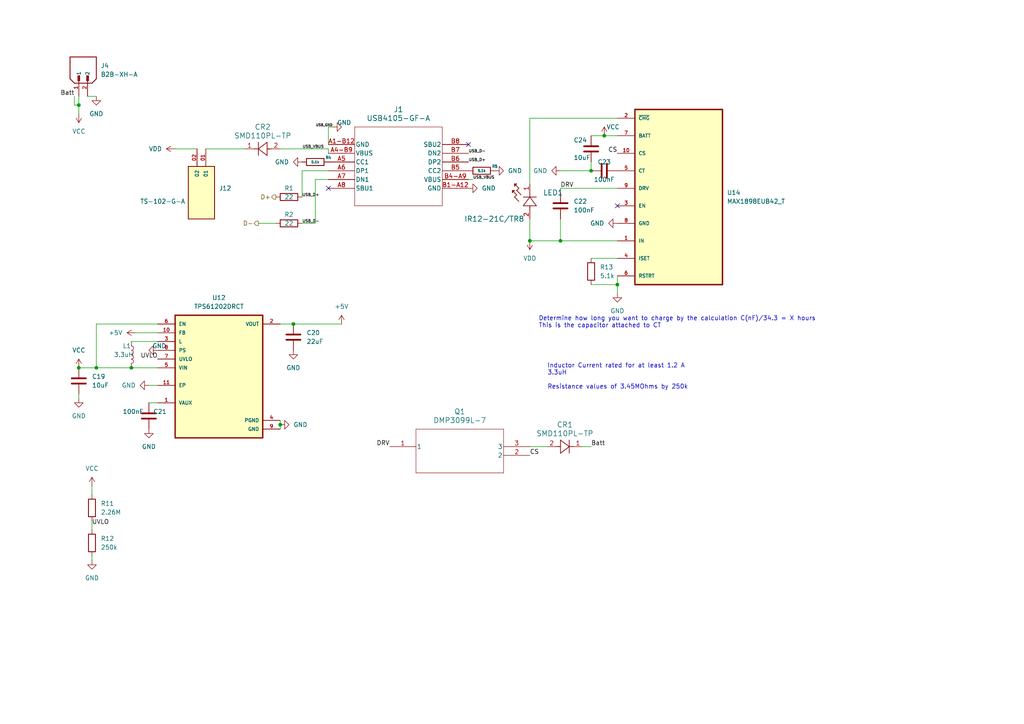
<source format=kicad_sch>
(kicad_sch
	(version 20231120)
	(generator "eeschema")
	(generator_version "8.0")
	(uuid "d71a2bca-483a-450e-85e9-6f9e8bde69b8")
	(paper "A4")
	(lib_symbols
		(symbol "2024-05-13_21-06-25:USB4105-GF-A"
			(pin_names
				(offset 0.254)
			)
			(exclude_from_sim no)
			(in_bom yes)
			(on_board yes)
			(property "Reference" "J"
				(at 20.32 10.16 0)
				(effects
					(font
						(size 1.524 1.524)
					)
				)
			)
			(property "Value" "USB4105-GF-A"
				(at 20.32 7.62 0)
				(effects
					(font
						(size 1.524 1.524)
					)
				)
			)
			(property "Footprint" "USB4105_GCT"
				(at 0 0 0)
				(effects
					(font
						(size 1.27 1.27)
						(italic yes)
					)
					(hide yes)
				)
			)
			(property "Datasheet" "USB4105-GF-A"
				(at 0 0 0)
				(effects
					(font
						(size 1.27 1.27)
						(italic yes)
					)
					(hide yes)
				)
			)
			(property "Description" ""
				(at 0 0 0)
				(effects
					(font
						(size 1.27 1.27)
					)
					(hide yes)
				)
			)
			(property "ki_locked" ""
				(at 0 0 0)
				(effects
					(font
						(size 1.27 1.27)
					)
				)
			)
			(property "ki_keywords" "USB4105-GF-A"
				(at 0 0 0)
				(effects
					(font
						(size 1.27 1.27)
					)
					(hide yes)
				)
			)
			(property "ki_fp_filters" "USB4105_GCT"
				(at 0 0 0)
				(effects
					(font
						(size 1.27 1.27)
					)
					(hide yes)
				)
			)
			(symbol "USB4105-GF-A_0_1"
				(polyline
					(pts
						(xy 7.62 -17.78) (xy 33.02 -17.78)
					)
					(stroke
						(width 0.127)
						(type default)
					)
					(fill
						(type none)
					)
				)
				(polyline
					(pts
						(xy 7.62 5.08) (xy 7.62 -17.78)
					)
					(stroke
						(width 0.127)
						(type default)
					)
					(fill
						(type none)
					)
				)
				(polyline
					(pts
						(xy 33.02 -17.78) (xy 33.02 5.08)
					)
					(stroke
						(width 0.127)
						(type default)
					)
					(fill
						(type none)
					)
				)
				(polyline
					(pts
						(xy 33.02 5.08) (xy 7.62 5.08)
					)
					(stroke
						(width 0.127)
						(type default)
					)
					(fill
						(type none)
					)
				)
				(pin power_out line
					(at 0 0 0)
					(length 7.62)
					(name "GND"
						(effects
							(font
								(size 1.27 1.27)
							)
						)
					)
					(number "A1-B12"
						(effects
							(font
								(size 1.27 1.27)
							)
						)
					)
				)
				(pin power_in line
					(at 0 -2.54 0)
					(length 7.62)
					(name "VBUS"
						(effects
							(font
								(size 1.27 1.27)
							)
						)
					)
					(number "A4-B9"
						(effects
							(font
								(size 1.27 1.27)
							)
						)
					)
				)
				(pin bidirectional line
					(at 0 -5.08 0)
					(length 7.62)
					(name "CC1"
						(effects
							(font
								(size 1.27 1.27)
							)
						)
					)
					(number "A5"
						(effects
							(font
								(size 1.27 1.27)
							)
						)
					)
				)
				(pin bidirectional line
					(at 0 -7.62 0)
					(length 7.62)
					(name "DP1"
						(effects
							(font
								(size 1.27 1.27)
							)
						)
					)
					(number "A6"
						(effects
							(font
								(size 1.27 1.27)
							)
						)
					)
				)
				(pin bidirectional line
					(at 0 -10.16 0)
					(length 7.62)
					(name "DN1"
						(effects
							(font
								(size 1.27 1.27)
							)
						)
					)
					(number "A7"
						(effects
							(font
								(size 1.27 1.27)
							)
						)
					)
				)
				(pin bidirectional line
					(at 0 -12.7 0)
					(length 7.62)
					(name "SBU1"
						(effects
							(font
								(size 1.27 1.27)
							)
						)
					)
					(number "A8"
						(effects
							(font
								(size 1.27 1.27)
							)
						)
					)
				)
				(pin power_out line
					(at 40.64 -12.7 180)
					(length 7.62)
					(name "GND"
						(effects
							(font
								(size 1.27 1.27)
							)
						)
					)
					(number "B1-A12"
						(effects
							(font
								(size 1.27 1.27)
							)
						)
					)
				)
				(pin power_in line
					(at 40.64 -10.16 180)
					(length 7.62)
					(name "VBUS"
						(effects
							(font
								(size 1.27 1.27)
							)
						)
					)
					(number "B4-A9"
						(effects
							(font
								(size 1.27 1.27)
							)
						)
					)
				)
				(pin bidirectional line
					(at 40.64 -7.62 180)
					(length 7.62)
					(name "CC2"
						(effects
							(font
								(size 1.27 1.27)
							)
						)
					)
					(number "B5"
						(effects
							(font
								(size 1.27 1.27)
							)
						)
					)
				)
				(pin bidirectional line
					(at 40.64 -5.08 180)
					(length 7.62)
					(name "DP2"
						(effects
							(font
								(size 1.27 1.27)
							)
						)
					)
					(number "B6"
						(effects
							(font
								(size 1.27 1.27)
							)
						)
					)
				)
				(pin bidirectional line
					(at 40.64 -2.54 180)
					(length 7.62)
					(name "DN2"
						(effects
							(font
								(size 1.27 1.27)
							)
						)
					)
					(number "B7"
						(effects
							(font
								(size 1.27 1.27)
							)
						)
					)
				)
				(pin bidirectional line
					(at 40.64 0 180)
					(length 7.62)
					(name "SBU2"
						(effects
							(font
								(size 1.27 1.27)
							)
						)
					)
					(number "B8"
						(effects
							(font
								(size 1.27 1.27)
							)
						)
					)
				)
			)
		)
		(symbol "2024-05-15_19-14-14:IR12-21C_TR8"
			(pin_names
				(offset 0.254)
			)
			(exclude_from_sim no)
			(in_bom yes)
			(on_board yes)
			(property "Reference" "LED"
				(at 5.08 -4.445 0)
				(effects
					(font
						(size 1.524 1.524)
					)
				)
			)
			(property "Value" "IR12-21C/TR8"
				(at 5.08 -7.62 0)
				(effects
					(font
						(size 1.524 1.524)
					)
				)
			)
			(property "Footprint" "LED_IR12-21C/TR8_EVE"
				(at 0 0 0)
				(effects
					(font
						(size 1.27 1.27)
						(italic yes)
					)
					(hide yes)
				)
			)
			(property "Datasheet" "IR12-21C/TR8"
				(at 0 0 0)
				(effects
					(font
						(size 1.27 1.27)
						(italic yes)
					)
					(hide yes)
				)
			)
			(property "Description" ""
				(at 0 0 0)
				(effects
					(font
						(size 1.27 1.27)
					)
					(hide yes)
				)
			)
			(property "ki_locked" ""
				(at 0 0 0)
				(effects
					(font
						(size 1.27 1.27)
					)
				)
			)
			(property "ki_keywords" "IR12-21C/TR8"
				(at 0 0 0)
				(effects
					(font
						(size 1.27 1.27)
					)
					(hide yes)
				)
			)
			(property "ki_fp_filters" "LED_IR12-21C/TR8_EVE"
				(at 0 0 0)
				(effects
					(font
						(size 1.27 1.27)
					)
					(hide yes)
				)
			)
			(symbol "IR12-21C_TR8_1_1"
				(polyline
					(pts
						(xy 2.54 0) (xy 3.4798 0)
					)
					(stroke
						(width 0.2032)
						(type default)
					)
					(fill
						(type none)
					)
				)
				(polyline
					(pts
						(xy 3.175 0) (xy 3.81 0)
					)
					(stroke
						(width 0.2032)
						(type default)
					)
					(fill
						(type none)
					)
				)
				(polyline
					(pts
						(xy 3.81 -1.905) (xy 6.35 0)
					)
					(stroke
						(width 0.2032)
						(type default)
					)
					(fill
						(type none)
					)
				)
				(polyline
					(pts
						(xy 3.81 1.905) (xy 3.81 -1.905)
					)
					(stroke
						(width 0.2032)
						(type default)
					)
					(fill
						(type none)
					)
				)
				(polyline
					(pts
						(xy 5.08 3.175) (xy 6.35 4.445)
					)
					(stroke
						(width 0.2032)
						(type default)
					)
					(fill
						(type none)
					)
				)
				(polyline
					(pts
						(xy 6.35 -1.905) (xy 6.35 1.905)
					)
					(stroke
						(width 0.2032)
						(type default)
					)
					(fill
						(type none)
					)
				)
				(polyline
					(pts
						(xy 6.35 0) (xy 3.81 1.905)
					)
					(stroke
						(width 0.2032)
						(type default)
					)
					(fill
						(type none)
					)
				)
				(polyline
					(pts
						(xy 6.35 0) (xy 7.62 0)
					)
					(stroke
						(width 0.2032)
						(type default)
					)
					(fill
						(type none)
					)
				)
				(polyline
					(pts
						(xy 6.35 4.445) (xy 6.985 3.81)
					)
					(stroke
						(width 0.2032)
						(type default)
					)
					(fill
						(type none)
					)
				)
				(polyline
					(pts
						(xy 6.985 2.54) (xy 8.255 3.81)
					)
					(stroke
						(width 0.2032)
						(type default)
					)
					(fill
						(type none)
					)
				)
				(polyline
					(pts
						(xy 6.985 3.81) (xy 8.255 5.08)
					)
					(stroke
						(width 0.2032)
						(type default)
					)
					(fill
						(type none)
					)
				)
				(polyline
					(pts
						(xy 7.62 5.08) (xy 8.255 4.445)
					)
					(stroke
						(width 0.2032)
						(type default)
					)
					(fill
						(type none)
					)
				)
				(polyline
					(pts
						(xy 8.255 3.81) (xy 8.89 3.175)
					)
					(stroke
						(width 0.2032)
						(type default)
					)
					(fill
						(type none)
					)
				)
				(polyline
					(pts
						(xy 8.255 4.445) (xy 8.255 5.08)
					)
					(stroke
						(width 0.2032)
						(type default)
					)
					(fill
						(type none)
					)
				)
				(polyline
					(pts
						(xy 8.255 5.08) (xy 7.62 5.08)
					)
					(stroke
						(width 0.2032)
						(type default)
					)
					(fill
						(type none)
					)
				)
				(polyline
					(pts
						(xy 8.89 3.175) (xy 10.16 4.445)
					)
					(stroke
						(width 0.2032)
						(type default)
					)
					(fill
						(type none)
					)
				)
				(polyline
					(pts
						(xy 9.525 4.445) (xy 10.16 3.81)
					)
					(stroke
						(width 0.2032)
						(type default)
					)
					(fill
						(type none)
					)
				)
				(polyline
					(pts
						(xy 10.16 3.81) (xy 10.16 4.445)
					)
					(stroke
						(width 0.2032)
						(type default)
					)
					(fill
						(type none)
					)
				)
				(polyline
					(pts
						(xy 10.16 4.445) (xy 9.525 4.445)
					)
					(stroke
						(width 0.2032)
						(type default)
					)
					(fill
						(type none)
					)
				)
				(pin unspecified line
					(at 10.16 0 180)
					(length 2.54)
					(name ""
						(effects
							(font
								(size 1.27 1.27)
							)
						)
					)
					(number "1"
						(effects
							(font
								(size 1.27 1.27)
							)
						)
					)
				)
				(pin unspecified line
					(at 0 0 0)
					(length 2.54)
					(name ""
						(effects
							(font
								(size 1.27 1.27)
							)
						)
					)
					(number "2"
						(effects
							(font
								(size 1.27 1.27)
							)
						)
					)
				)
			)
			(symbol "IR12-21C_TR8_1_2"
				(polyline
					(pts
						(xy -5.08 7.62) (xy -4.445 8.255)
					)
					(stroke
						(width 0.2032)
						(type default)
					)
					(fill
						(type none)
					)
				)
				(polyline
					(pts
						(xy -5.08 8.255) (xy -5.08 7.62)
					)
					(stroke
						(width 0.2032)
						(type default)
					)
					(fill
						(type none)
					)
				)
				(polyline
					(pts
						(xy -4.445 6.35) (xy -3.81 6.985)
					)
					(stroke
						(width 0.2032)
						(type default)
					)
					(fill
						(type none)
					)
				)
				(polyline
					(pts
						(xy -4.445 8.255) (xy -5.08 8.255)
					)
					(stroke
						(width 0.2032)
						(type default)
					)
					(fill
						(type none)
					)
				)
				(polyline
					(pts
						(xy -4.445 9.525) (xy -3.81 10.16)
					)
					(stroke
						(width 0.2032)
						(type default)
					)
					(fill
						(type none)
					)
				)
				(polyline
					(pts
						(xy -4.445 10.16) (xy -4.445 9.525)
					)
					(stroke
						(width 0.2032)
						(type default)
					)
					(fill
						(type none)
					)
				)
				(polyline
					(pts
						(xy -3.81 6.985) (xy -5.08 8.255)
					)
					(stroke
						(width 0.2032)
						(type default)
					)
					(fill
						(type none)
					)
				)
				(polyline
					(pts
						(xy -3.81 8.255) (xy -3.175 8.89)
					)
					(stroke
						(width 0.2032)
						(type default)
					)
					(fill
						(type none)
					)
				)
				(polyline
					(pts
						(xy -3.81 10.16) (xy -4.445 10.16)
					)
					(stroke
						(width 0.2032)
						(type default)
					)
					(fill
						(type none)
					)
				)
				(polyline
					(pts
						(xy -3.175 5.08) (xy -4.445 6.35)
					)
					(stroke
						(width 0.2032)
						(type default)
					)
					(fill
						(type none)
					)
				)
				(polyline
					(pts
						(xy -3.175 8.89) (xy -4.445 10.16)
					)
					(stroke
						(width 0.2032)
						(type default)
					)
					(fill
						(type none)
					)
				)
				(polyline
					(pts
						(xy -2.54 6.985) (xy -3.81 8.255)
					)
					(stroke
						(width 0.2032)
						(type default)
					)
					(fill
						(type none)
					)
				)
				(polyline
					(pts
						(xy -1.905 3.81) (xy 1.905 3.81)
					)
					(stroke
						(width 0.2032)
						(type default)
					)
					(fill
						(type none)
					)
				)
				(polyline
					(pts
						(xy 0 2.54) (xy 0 3.4798)
					)
					(stroke
						(width 0.2032)
						(type default)
					)
					(fill
						(type none)
					)
				)
				(polyline
					(pts
						(xy 0 3.175) (xy 0 3.81)
					)
					(stroke
						(width 0.2032)
						(type default)
					)
					(fill
						(type none)
					)
				)
				(polyline
					(pts
						(xy 0 6.35) (xy -1.905 3.81)
					)
					(stroke
						(width 0.2032)
						(type default)
					)
					(fill
						(type none)
					)
				)
				(polyline
					(pts
						(xy 0 6.35) (xy 0 7.62)
					)
					(stroke
						(width 0.2032)
						(type default)
					)
					(fill
						(type none)
					)
				)
				(polyline
					(pts
						(xy 1.905 3.81) (xy 0 6.35)
					)
					(stroke
						(width 0.2032)
						(type default)
					)
					(fill
						(type none)
					)
				)
				(polyline
					(pts
						(xy 1.905 6.35) (xy -1.905 6.35)
					)
					(stroke
						(width 0.2032)
						(type default)
					)
					(fill
						(type none)
					)
				)
				(pin unspecified line
					(at 0 10.16 270)
					(length 2.54)
					(name ""
						(effects
							(font
								(size 1.27 1.27)
							)
						)
					)
					(number "1"
						(effects
							(font
								(size 1.27 1.27)
							)
						)
					)
				)
				(pin unspecified line
					(at 0 0 90)
					(length 2.54)
					(name ""
						(effects
							(font
								(size 1.27 1.27)
							)
						)
					)
					(number "2"
						(effects
							(font
								(size 1.27 1.27)
							)
						)
					)
				)
			)
		)
		(symbol "2024-05-16_18-09-42:DMP3099L-7"
			(pin_names
				(offset 0.254)
			)
			(exclude_from_sim no)
			(in_bom yes)
			(on_board yes)
			(property "Reference" "Q"
				(at 20.32 10.16 0)
				(effects
					(font
						(size 1.524 1.524)
					)
				)
			)
			(property "Value" "DMP3099L-7"
				(at 20.32 7.62 0)
				(effects
					(font
						(size 1.524 1.524)
					)
				)
			)
			(property "Footprint" "DMP3099L-7_DIO"
				(at 0 0 0)
				(effects
					(font
						(size 1.27 1.27)
						(italic yes)
					)
					(hide yes)
				)
			)
			(property "Datasheet" "DMP3099L-7"
				(at 0 0 0)
				(effects
					(font
						(size 1.27 1.27)
						(italic yes)
					)
					(hide yes)
				)
			)
			(property "Description" ""
				(at 0 0 0)
				(effects
					(font
						(size 1.27 1.27)
					)
					(hide yes)
				)
			)
			(property "ki_locked" ""
				(at 0 0 0)
				(effects
					(font
						(size 1.27 1.27)
					)
				)
			)
			(property "ki_keywords" "DMP3099L-7"
				(at 0 0 0)
				(effects
					(font
						(size 1.27 1.27)
					)
					(hide yes)
				)
			)
			(property "ki_fp_filters" "DMP3099L-7_DIO DMP3099L-7_DIO-M DMP3099L-7_DIO-L"
				(at 0 0 0)
				(effects
					(font
						(size 1.27 1.27)
					)
					(hide yes)
				)
			)
			(symbol "DMP3099L-7_0_1"
				(polyline
					(pts
						(xy 7.62 -7.62) (xy 33.02 -7.62)
					)
					(stroke
						(width 0.127)
						(type default)
					)
					(fill
						(type none)
					)
				)
				(polyline
					(pts
						(xy 7.62 5.08) (xy 7.62 -7.62)
					)
					(stroke
						(width 0.127)
						(type default)
					)
					(fill
						(type none)
					)
				)
				(polyline
					(pts
						(xy 33.02 -7.62) (xy 33.02 5.08)
					)
					(stroke
						(width 0.127)
						(type default)
					)
					(fill
						(type none)
					)
				)
				(polyline
					(pts
						(xy 33.02 5.08) (xy 7.62 5.08)
					)
					(stroke
						(width 0.127)
						(type default)
					)
					(fill
						(type none)
					)
				)
				(pin unspecified line
					(at 0 0 0)
					(length 7.62)
					(name "1"
						(effects
							(font
								(size 1.27 1.27)
							)
						)
					)
					(number "1"
						(effects
							(font
								(size 1.27 1.27)
							)
						)
					)
				)
				(pin unspecified line
					(at 40.64 -2.54 180)
					(length 7.62)
					(name "2"
						(effects
							(font
								(size 1.27 1.27)
							)
						)
					)
					(number "2"
						(effects
							(font
								(size 1.27 1.27)
							)
						)
					)
				)
				(pin unspecified line
					(at 40.64 0 180)
					(length 7.62)
					(name "3"
						(effects
							(font
								(size 1.27 1.27)
							)
						)
					)
					(number "3"
						(effects
							(font
								(size 1.27 1.27)
							)
						)
					)
				)
			)
		)
		(symbol "2024-05-16_18-19-58:SMD110PL-TP"
			(pin_names
				(offset 0.254)
			)
			(exclude_from_sim no)
			(in_bom yes)
			(on_board yes)
			(property "Reference" "CR"
				(at 5.08 4.445 0)
				(effects
					(font
						(size 1.524 1.524)
					)
				)
			)
			(property "Value" "SMD110PL-TP"
				(at 5.08 -3.81 0)
				(effects
					(font
						(size 1.524 1.524)
					)
				)
			)
			(property "Footprint" "SOD-123FL_MCC"
				(at 0 0 0)
				(effects
					(font
						(size 1.27 1.27)
						(italic yes)
					)
					(hide yes)
				)
			)
			(property "Datasheet" "SMD110PL-TP"
				(at 0 0 0)
				(effects
					(font
						(size 1.27 1.27)
						(italic yes)
					)
					(hide yes)
				)
			)
			(property "Description" ""
				(at 0 0 0)
				(effects
					(font
						(size 1.27 1.27)
					)
					(hide yes)
				)
			)
			(property "ki_locked" ""
				(at 0 0 0)
				(effects
					(font
						(size 1.27 1.27)
					)
				)
			)
			(property "ki_keywords" "SMD110PL-TP"
				(at 0 0 0)
				(effects
					(font
						(size 1.27 1.27)
					)
					(hide yes)
				)
			)
			(property "ki_fp_filters" "SOD-123FL_MCC SOD-123FL_MCC-M SOD-123FL_MCC-L"
				(at 0 0 0)
				(effects
					(font
						(size 1.27 1.27)
					)
					(hide yes)
				)
			)
			(symbol "SMD110PL-TP_1_1"
				(polyline
					(pts
						(xy 2.54 0) (xy 3.4798 0)
					)
					(stroke
						(width 0.2032)
						(type default)
					)
					(fill
						(type none)
					)
				)
				(polyline
					(pts
						(xy 3.175 0) (xy 3.81 0)
					)
					(stroke
						(width 0.2032)
						(type default)
					)
					(fill
						(type none)
					)
				)
				(polyline
					(pts
						(xy 3.81 -1.905) (xy 6.35 0)
					)
					(stroke
						(width 0.2032)
						(type default)
					)
					(fill
						(type none)
					)
				)
				(polyline
					(pts
						(xy 3.81 1.905) (xy 3.81 -1.905)
					)
					(stroke
						(width 0.2032)
						(type default)
					)
					(fill
						(type none)
					)
				)
				(polyline
					(pts
						(xy 6.35 -1.905) (xy 6.35 1.905)
					)
					(stroke
						(width 0.2032)
						(type default)
					)
					(fill
						(type none)
					)
				)
				(polyline
					(pts
						(xy 6.35 0) (xy 3.81 1.905)
					)
					(stroke
						(width 0.2032)
						(type default)
					)
					(fill
						(type none)
					)
				)
				(polyline
					(pts
						(xy 6.35 0) (xy 7.62 0)
					)
					(stroke
						(width 0.2032)
						(type default)
					)
					(fill
						(type none)
					)
				)
				(pin unspecified line
					(at 10.16 0 180)
					(length 2.54)
					(name ""
						(effects
							(font
								(size 1.27 1.27)
							)
						)
					)
					(number "1"
						(effects
							(font
								(size 1.27 1.27)
							)
						)
					)
				)
				(pin unspecified line
					(at 0 0 0)
					(length 2.54)
					(name ""
						(effects
							(font
								(size 1.27 1.27)
							)
						)
					)
					(number "2"
						(effects
							(font
								(size 1.27 1.27)
							)
						)
					)
				)
			)
			(symbol "SMD110PL-TP_1_2"
				(polyline
					(pts
						(xy -1.905 3.81) (xy 1.905 3.81)
					)
					(stroke
						(width 0.2032)
						(type default)
					)
					(fill
						(type none)
					)
				)
				(polyline
					(pts
						(xy 0 2.54) (xy 0 3.4798)
					)
					(stroke
						(width 0.2032)
						(type default)
					)
					(fill
						(type none)
					)
				)
				(polyline
					(pts
						(xy 0 3.175) (xy 0 3.81)
					)
					(stroke
						(width 0.2032)
						(type default)
					)
					(fill
						(type none)
					)
				)
				(polyline
					(pts
						(xy 0 6.35) (xy -1.905 3.81)
					)
					(stroke
						(width 0.2032)
						(type default)
					)
					(fill
						(type none)
					)
				)
				(polyline
					(pts
						(xy 0 6.35) (xy 0 7.62)
					)
					(stroke
						(width 0.2032)
						(type default)
					)
					(fill
						(type none)
					)
				)
				(polyline
					(pts
						(xy 1.905 3.81) (xy 0 6.35)
					)
					(stroke
						(width 0.2032)
						(type default)
					)
					(fill
						(type none)
					)
				)
				(polyline
					(pts
						(xy 1.905 6.35) (xy -1.905 6.35)
					)
					(stroke
						(width 0.2032)
						(type default)
					)
					(fill
						(type none)
					)
				)
				(pin unspecified line
					(at 0 10.16 270)
					(length 2.54)
					(name ""
						(effects
							(font
								(size 1.27 1.27)
							)
						)
					)
					(number "1"
						(effects
							(font
								(size 1.27 1.27)
							)
						)
					)
				)
				(pin unspecified line
					(at 0 0 90)
					(length 2.54)
					(name ""
						(effects
							(font
								(size 1.27 1.27)
							)
						)
					)
					(number "2"
						(effects
							(font
								(size 1.27 1.27)
							)
						)
					)
				)
			)
		)
		(symbol "B2B-XH-A:B2B-XH-A"
			(pin_names
				(offset 1.016)
			)
			(exclude_from_sim no)
			(in_bom yes)
			(on_board yes)
			(property "Reference" "J"
				(at -2.54 6.35 0)
				(effects
					(font
						(size 1.27 1.27)
					)
					(justify left bottom)
				)
			)
			(property "Value" "B2B-XH-A"
				(at -2.54 -5.08 0)
				(effects
					(font
						(size 1.27 1.27)
					)
					(justify left bottom)
				)
			)
			(property "Footprint" "B2B-XH-A:JST_B2B-XH-A"
				(at 0 0 0)
				(effects
					(font
						(size 1.27 1.27)
					)
					(justify bottom)
					(hide yes)
				)
			)
			(property "Datasheet" ""
				(at 0 0 0)
				(effects
					(font
						(size 1.27 1.27)
					)
					(hide yes)
				)
			)
			(property "Description" ""
				(at 0 0 0)
				(effects
					(font
						(size 1.27 1.27)
					)
					(hide yes)
				)
			)
			(property "PARTREV" "N/A"
				(at 0 0 0)
				(effects
					(font
						(size 1.27 1.27)
					)
					(justify bottom)
					(hide yes)
				)
			)
			(property "STANDARD" "Manufacturer Recommendations"
				(at 0 0 0)
				(effects
					(font
						(size 1.27 1.27)
					)
					(justify bottom)
					(hide yes)
				)
			)
			(property "MAXIMUM_PACKAGE_HEIGHT" "7 mm"
				(at 0 0 0)
				(effects
					(font
						(size 1.27 1.27)
					)
					(justify bottom)
					(hide yes)
				)
			)
			(property "MANUFACTURER" "JST Sales America Inc."
				(at 0 0 0)
				(effects
					(font
						(size 1.27 1.27)
					)
					(justify bottom)
					(hide yes)
				)
			)
			(symbol "B2B-XH-A_0_0"
				(rectangle
					(start -3.175 -0.3175)
					(end -1.5875 0.3175)
					(stroke
						(width 0.1)
						(type default)
					)
					(fill
						(type outline)
					)
				)
				(rectangle
					(start -3.175 2.2225)
					(end -1.5875 2.8575)
					(stroke
						(width 0.1)
						(type default)
					)
					(fill
						(type outline)
					)
				)
				(polyline
					(pts
						(xy -3.81 -1.27) (xy -2.54 -2.54)
					)
					(stroke
						(width 0.254)
						(type default)
					)
					(fill
						(type none)
					)
				)
				(polyline
					(pts
						(xy -3.81 3.81) (xy -3.81 -1.27)
					)
					(stroke
						(width 0.254)
						(type default)
					)
					(fill
						(type none)
					)
				)
				(polyline
					(pts
						(xy -3.81 3.81) (xy -2.54 5.08)
					)
					(stroke
						(width 0.254)
						(type default)
					)
					(fill
						(type none)
					)
				)
				(polyline
					(pts
						(xy -2.54 -2.54) (xy 3.81 -2.54)
					)
					(stroke
						(width 0.254)
						(type default)
					)
					(fill
						(type none)
					)
				)
				(polyline
					(pts
						(xy 3.81 -2.54) (xy 3.81 5.08)
					)
					(stroke
						(width 0.254)
						(type default)
					)
					(fill
						(type none)
					)
				)
				(polyline
					(pts
						(xy 3.81 5.08) (xy -2.54 5.08)
					)
					(stroke
						(width 0.254)
						(type default)
					)
					(fill
						(type none)
					)
				)
				(pin passive line
					(at -7.62 2.54 0)
					(length 5.08)
					(name "1"
						(effects
							(font
								(size 1.016 1.016)
							)
						)
					)
					(number "1"
						(effects
							(font
								(size 1.016 1.016)
							)
						)
					)
				)
				(pin passive line
					(at -7.62 0 0)
					(length 5.08)
					(name "2"
						(effects
							(font
								(size 1.016 1.016)
							)
						)
					)
					(number "2"
						(effects
							(font
								(size 1.016 1.016)
							)
						)
					)
				)
			)
		)
		(symbol "Device:C"
			(pin_numbers hide)
			(pin_names
				(offset 0.254)
			)
			(exclude_from_sim no)
			(in_bom yes)
			(on_board yes)
			(property "Reference" "C"
				(at 0.635 2.54 0)
				(effects
					(font
						(size 1.27 1.27)
					)
					(justify left)
				)
			)
			(property "Value" "C"
				(at 0.635 -2.54 0)
				(effects
					(font
						(size 1.27 1.27)
					)
					(justify left)
				)
			)
			(property "Footprint" ""
				(at 0.9652 -3.81 0)
				(effects
					(font
						(size 1.27 1.27)
					)
					(hide yes)
				)
			)
			(property "Datasheet" "~"
				(at 0 0 0)
				(effects
					(font
						(size 1.27 1.27)
					)
					(hide yes)
				)
			)
			(property "Description" "Unpolarized capacitor"
				(at 0 0 0)
				(effects
					(font
						(size 1.27 1.27)
					)
					(hide yes)
				)
			)
			(property "ki_keywords" "cap capacitor"
				(at 0 0 0)
				(effects
					(font
						(size 1.27 1.27)
					)
					(hide yes)
				)
			)
			(property "ki_fp_filters" "C_*"
				(at 0 0 0)
				(effects
					(font
						(size 1.27 1.27)
					)
					(hide yes)
				)
			)
			(symbol "C_0_1"
				(polyline
					(pts
						(xy -2.032 -0.762) (xy 2.032 -0.762)
					)
					(stroke
						(width 0.508)
						(type default)
					)
					(fill
						(type none)
					)
				)
				(polyline
					(pts
						(xy -2.032 0.762) (xy 2.032 0.762)
					)
					(stroke
						(width 0.508)
						(type default)
					)
					(fill
						(type none)
					)
				)
			)
			(symbol "C_1_1"
				(pin passive line
					(at 0 3.81 270)
					(length 2.794)
					(name "~"
						(effects
							(font
								(size 1.27 1.27)
							)
						)
					)
					(number "1"
						(effects
							(font
								(size 1.27 1.27)
							)
						)
					)
				)
				(pin passive line
					(at 0 -3.81 90)
					(length 2.794)
					(name "~"
						(effects
							(font
								(size 1.27 1.27)
							)
						)
					)
					(number "2"
						(effects
							(font
								(size 1.27 1.27)
							)
						)
					)
				)
			)
		)
		(symbol "Device:L"
			(pin_numbers hide)
			(pin_names
				(offset 1.016) hide)
			(exclude_from_sim no)
			(in_bom yes)
			(on_board yes)
			(property "Reference" "L"
				(at -1.27 0 90)
				(effects
					(font
						(size 1.27 1.27)
					)
				)
			)
			(property "Value" "L"
				(at 1.905 0 90)
				(effects
					(font
						(size 1.27 1.27)
					)
				)
			)
			(property "Footprint" ""
				(at 0 0 0)
				(effects
					(font
						(size 1.27 1.27)
					)
					(hide yes)
				)
			)
			(property "Datasheet" "~"
				(at 0 0 0)
				(effects
					(font
						(size 1.27 1.27)
					)
					(hide yes)
				)
			)
			(property "Description" "Inductor"
				(at 0 0 0)
				(effects
					(font
						(size 1.27 1.27)
					)
					(hide yes)
				)
			)
			(property "ki_keywords" "inductor choke coil reactor magnetic"
				(at 0 0 0)
				(effects
					(font
						(size 1.27 1.27)
					)
					(hide yes)
				)
			)
			(property "ki_fp_filters" "Choke_* *Coil* Inductor_* L_*"
				(at 0 0 0)
				(effects
					(font
						(size 1.27 1.27)
					)
					(hide yes)
				)
			)
			(symbol "L_0_1"
				(arc
					(start 0 -2.54)
					(mid 0.6323 -1.905)
					(end 0 -1.27)
					(stroke
						(width 0)
						(type default)
					)
					(fill
						(type none)
					)
				)
				(arc
					(start 0 -1.27)
					(mid 0.6323 -0.635)
					(end 0 0)
					(stroke
						(width 0)
						(type default)
					)
					(fill
						(type none)
					)
				)
				(arc
					(start 0 0)
					(mid 0.6323 0.635)
					(end 0 1.27)
					(stroke
						(width 0)
						(type default)
					)
					(fill
						(type none)
					)
				)
				(arc
					(start 0 1.27)
					(mid 0.6323 1.905)
					(end 0 2.54)
					(stroke
						(width 0)
						(type default)
					)
					(fill
						(type none)
					)
				)
			)
			(symbol "L_1_1"
				(pin passive line
					(at 0 3.81 270)
					(length 1.27)
					(name "1"
						(effects
							(font
								(size 1.27 1.27)
							)
						)
					)
					(number "1"
						(effects
							(font
								(size 1.27 1.27)
							)
						)
					)
				)
				(pin passive line
					(at 0 -3.81 90)
					(length 1.27)
					(name "2"
						(effects
							(font
								(size 1.27 1.27)
							)
						)
					)
					(number "2"
						(effects
							(font
								(size 1.27 1.27)
							)
						)
					)
				)
			)
		)
		(symbol "Device:R"
			(pin_numbers hide)
			(pin_names
				(offset 0)
			)
			(exclude_from_sim no)
			(in_bom yes)
			(on_board yes)
			(property "Reference" "R"
				(at 2.032 0 90)
				(effects
					(font
						(size 1.27 1.27)
					)
				)
			)
			(property "Value" "R"
				(at 0 0 90)
				(effects
					(font
						(size 1.27 1.27)
					)
				)
			)
			(property "Footprint" ""
				(at -1.778 0 90)
				(effects
					(font
						(size 1.27 1.27)
					)
					(hide yes)
				)
			)
			(property "Datasheet" "~"
				(at 0 0 0)
				(effects
					(font
						(size 1.27 1.27)
					)
					(hide yes)
				)
			)
			(property "Description" "Resistor"
				(at 0 0 0)
				(effects
					(font
						(size 1.27 1.27)
					)
					(hide yes)
				)
			)
			(property "ki_keywords" "R res resistor"
				(at 0 0 0)
				(effects
					(font
						(size 1.27 1.27)
					)
					(hide yes)
				)
			)
			(property "ki_fp_filters" "R_*"
				(at 0 0 0)
				(effects
					(font
						(size 1.27 1.27)
					)
					(hide yes)
				)
			)
			(symbol "R_0_1"
				(rectangle
					(start -1.016 -2.54)
					(end 1.016 2.54)
					(stroke
						(width 0.254)
						(type default)
					)
					(fill
						(type none)
					)
				)
			)
			(symbol "R_1_1"
				(pin passive line
					(at 0 3.81 270)
					(length 1.27)
					(name "~"
						(effects
							(font
								(size 1.27 1.27)
							)
						)
					)
					(number "1"
						(effects
							(font
								(size 1.27 1.27)
							)
						)
					)
				)
				(pin passive line
					(at 0 -3.81 90)
					(length 1.27)
					(name "~"
						(effects
							(font
								(size 1.27 1.27)
							)
						)
					)
					(number "2"
						(effects
							(font
								(size 1.27 1.27)
							)
						)
					)
				)
			)
		)
		(symbol "MAX1898EUB42_T:MAX1898EUB42_T"
			(pin_names
				(offset 1.016)
			)
			(exclude_from_sim no)
			(in_bom yes)
			(on_board yes)
			(property "Reference" "U"
				(at -12.7 26.4 0)
				(effects
					(font
						(size 1.27 1.27)
					)
					(justify left bottom)
				)
			)
			(property "Value" "MAX1898EUB42_T"
				(at -12.7 -29.4 0)
				(effects
					(font
						(size 1.27 1.27)
					)
					(justify left bottom)
				)
			)
			(property "Footprint" "MAX1898EUB42_T:SOP50P490X110-10N"
				(at 0 0 0)
				(effects
					(font
						(size 1.27 1.27)
					)
					(justify bottom)
					(hide yes)
				)
			)
			(property "Datasheet" ""
				(at 0 0 0)
				(effects
					(font
						(size 1.27 1.27)
					)
					(hide yes)
				)
			)
			(property "Description" ""
				(at 0 0 0)
				(effects
					(font
						(size 1.27 1.27)
					)
					(hide yes)
				)
			)
			(property "Manufacturer" "Maxim Integrated"
				(at 0 0 0)
				(effects
					(font
						(size 1.27 1.27)
					)
					(justify bottom)
					(hide yes)
				)
			)
			(property "Package" "SOP50P490X110-10N"
				(at 0 0 0)
				(effects
					(font
						(size 1.27 1.27)
					)
					(justify bottom)
					(hide yes)
				)
			)
			(symbol "MAX1898EUB42_T_0_0"
				(rectangle
					(start -12.7 -25.4)
					(end 12.7 25.4)
					(stroke
						(width 0.41)
						(type default)
					)
					(fill
						(type background)
					)
				)
				(pin bidirectional line
					(at -17.78 -12.7 0)
					(length 5.08)
					(name "IN"
						(effects
							(font
								(size 1.016 1.016)
							)
						)
					)
					(number "1"
						(effects
							(font
								(size 1.016 1.016)
							)
						)
					)
				)
				(pin bidirectional line
					(at -17.78 12.7 0)
					(length 5.08)
					(name "CS"
						(effects
							(font
								(size 1.016 1.016)
							)
						)
					)
					(number "10"
						(effects
							(font
								(size 1.016 1.016)
							)
						)
					)
				)
				(pin bidirectional line
					(at -17.78 22.86 0)
					(length 5.08)
					(name "~{CHG}"
						(effects
							(font
								(size 1.016 1.016)
							)
						)
					)
					(number "2"
						(effects
							(font
								(size 1.016 1.016)
							)
						)
					)
				)
				(pin bidirectional line
					(at -17.78 -2.54 0)
					(length 5.08)
					(name "EN"
						(effects
							(font
								(size 1.016 1.016)
							)
						)
					)
					(number "3"
						(effects
							(font
								(size 1.016 1.016)
							)
						)
					)
				)
				(pin bidirectional line
					(at -17.78 -17.78 0)
					(length 5.08)
					(name "ISET"
						(effects
							(font
								(size 1.016 1.016)
							)
						)
					)
					(number "4"
						(effects
							(font
								(size 1.016 1.016)
							)
						)
					)
				)
				(pin bidirectional line
					(at -17.78 7.62 0)
					(length 5.08)
					(name "CT"
						(effects
							(font
								(size 1.016 1.016)
							)
						)
					)
					(number "5"
						(effects
							(font
								(size 1.016 1.016)
							)
						)
					)
				)
				(pin bidirectional line
					(at -17.78 -22.86 0)
					(length 5.08)
					(name "RSTRT"
						(effects
							(font
								(size 1.016 1.016)
							)
						)
					)
					(number "6"
						(effects
							(font
								(size 1.016 1.016)
							)
						)
					)
				)
				(pin bidirectional line
					(at -17.78 17.78 0)
					(length 5.08)
					(name "BATT"
						(effects
							(font
								(size 1.016 1.016)
							)
						)
					)
					(number "7"
						(effects
							(font
								(size 1.016 1.016)
							)
						)
					)
				)
				(pin bidirectional line
					(at -17.78 -7.62 0)
					(length 5.08)
					(name "GND"
						(effects
							(font
								(size 1.016 1.016)
							)
						)
					)
					(number "8"
						(effects
							(font
								(size 1.016 1.016)
							)
						)
					)
				)
				(pin bidirectional line
					(at -17.78 2.54 0)
					(length 5.08)
					(name "DRV"
						(effects
							(font
								(size 1.016 1.016)
							)
						)
					)
					(number "9"
						(effects
							(font
								(size 1.016 1.016)
							)
						)
					)
				)
			)
		)
		(symbol "TPS61202DRCT:TPS61202DRCT"
			(pin_names
				(offset 1.016)
			)
			(exclude_from_sim no)
			(in_bom yes)
			(on_board yes)
			(property "Reference" "U"
				(at -12.7 18.78 0)
				(effects
					(font
						(size 1.27 1.27)
					)
					(justify left bottom)
				)
			)
			(property "Value" "TPS61202DRCT"
				(at -12.7 -21.78 0)
				(effects
					(font
						(size 1.27 1.27)
					)
					(justify left bottom)
				)
			)
			(property "Footprint" "TPS61202DRCT:VREG_V62_16624-01YE"
				(at 0 0 0)
				(effects
					(font
						(size 1.27 1.27)
					)
					(justify bottom)
					(hide yes)
				)
			)
			(property "Datasheet" ""
				(at 0 0 0)
				(effects
					(font
						(size 1.27 1.27)
					)
					(hide yes)
				)
			)
			(property "Description" ""
				(at 0 0 0)
				(effects
					(font
						(size 1.27 1.27)
					)
					(hide yes)
				)
			)
			(symbol "TPS61202DRCT_0_0"
				(rectangle
					(start -12.7 -17.78)
					(end 12.7 17.78)
					(stroke
						(width 0.41)
						(type default)
					)
					(fill
						(type background)
					)
				)
				(pin bidirectional line
					(at -17.78 -7.62 0)
					(length 5.08)
					(name "VAUX"
						(effects
							(font
								(size 1.016 1.016)
							)
						)
					)
					(number "1"
						(effects
							(font
								(size 1.016 1.016)
							)
						)
					)
				)
				(pin input line
					(at -17.78 12.7 0)
					(length 5.08)
					(name "FB"
						(effects
							(font
								(size 1.016 1.016)
							)
						)
					)
					(number "10"
						(effects
							(font
								(size 1.016 1.016)
							)
						)
					)
				)
				(pin bidirectional line
					(at -17.78 -2.54 0)
					(length 5.08)
					(name "EP"
						(effects
							(font
								(size 1.016 1.016)
							)
						)
					)
					(number "11"
						(effects
							(font
								(size 1.016 1.016)
							)
						)
					)
				)
				(pin output line
					(at 17.78 15.24 180)
					(length 5.08)
					(name "VOUT"
						(effects
							(font
								(size 1.016 1.016)
							)
						)
					)
					(number "2"
						(effects
							(font
								(size 1.016 1.016)
							)
						)
					)
				)
				(pin input line
					(at -17.78 10.16 0)
					(length 5.08)
					(name "L"
						(effects
							(font
								(size 1.016 1.016)
							)
						)
					)
					(number "3"
						(effects
							(font
								(size 1.016 1.016)
							)
						)
					)
				)
				(pin power_in line
					(at 17.78 -12.7 180)
					(length 5.08)
					(name "PGND"
						(effects
							(font
								(size 1.016 1.016)
							)
						)
					)
					(number "4"
						(effects
							(font
								(size 1.016 1.016)
							)
						)
					)
				)
				(pin input line
					(at -17.78 2.54 0)
					(length 5.08)
					(name "VIN"
						(effects
							(font
								(size 1.016 1.016)
							)
						)
					)
					(number "5"
						(effects
							(font
								(size 1.016 1.016)
							)
						)
					)
				)
				(pin input line
					(at -17.78 15.24 0)
					(length 5.08)
					(name "EN"
						(effects
							(font
								(size 1.016 1.016)
							)
						)
					)
					(number "6"
						(effects
							(font
								(size 1.016 1.016)
							)
						)
					)
				)
				(pin input line
					(at -17.78 5.08 0)
					(length 5.08)
					(name "UVLO"
						(effects
							(font
								(size 1.016 1.016)
							)
						)
					)
					(number "7"
						(effects
							(font
								(size 1.016 1.016)
							)
						)
					)
				)
				(pin input line
					(at -17.78 7.62 0)
					(length 5.08)
					(name "PS"
						(effects
							(font
								(size 1.016 1.016)
							)
						)
					)
					(number "8"
						(effects
							(font
								(size 1.016 1.016)
							)
						)
					)
				)
				(pin power_in line
					(at 17.78 -15.24 180)
					(length 5.08)
					(name "GND"
						(effects
							(font
								(size 1.016 1.016)
							)
						)
					)
					(number "9"
						(effects
							(font
								(size 1.016 1.016)
							)
						)
					)
				)
			)
		)
		(symbol "TS-102-G-A:TS-102-G-A"
			(pin_names
				(offset 1.016)
			)
			(exclude_from_sim no)
			(in_bom yes)
			(on_board yes)
			(property "Reference" "J"
				(at -8.12 5.08 0)
				(effects
					(font
						(size 1.27 1.27)
					)
					(justify left bottom)
				)
			)
			(property "Value" "TS-102-G-A"
				(at -7.62 -5.08 0)
				(effects
					(font
						(size 1.27 1.27)
					)
					(justify left bottom)
				)
			)
			(property "Footprint" "TS-102-G-A:SAMTEC_TS-102-G-A"
				(at 0 0 0)
				(effects
					(font
						(size 1.27 1.27)
					)
					(justify bottom)
					(hide yes)
				)
			)
			(property "Datasheet" ""
				(at 0 0 0)
				(effects
					(font
						(size 1.27 1.27)
					)
					(hide yes)
				)
			)
			(property "Description" ""
				(at 0 0 0)
				(effects
					(font
						(size 1.27 1.27)
					)
					(hide yes)
				)
			)
			(property "PARTREV" "R"
				(at 0 0 0)
				(effects
					(font
						(size 1.27 1.27)
					)
					(justify bottom)
					(hide yes)
				)
			)
			(property "STANDARD" "Manufacturer Recommendations"
				(at 0 0 0)
				(effects
					(font
						(size 1.27 1.27)
					)
					(justify bottom)
					(hide yes)
				)
			)
			(property "MANUFACTURER" "Samtec Inc."
				(at 0 0 0)
				(effects
					(font
						(size 1.27 1.27)
					)
					(justify bottom)
					(hide yes)
				)
			)
			(symbol "TS-102-G-A_0_0"
				(rectangle
					(start -7.62 -2.54)
					(end 7.62 5.08)
					(stroke
						(width 0.254)
						(type default)
					)
					(fill
						(type background)
					)
				)
				(pin passive line
					(at -12.7 2.54 0)
					(length 5.08)
					(name "01"
						(effects
							(font
								(size 1.016 1.016)
							)
						)
					)
					(number "01"
						(effects
							(font
								(size 1.016 1.016)
							)
						)
					)
				)
				(pin passive line
					(at -12.7 0 0)
					(length 5.08)
					(name "02"
						(effects
							(font
								(size 1.016 1.016)
							)
						)
					)
					(number "02"
						(effects
							(font
								(size 1.016 1.016)
							)
						)
					)
				)
			)
		)
		(symbol "power:+5V"
			(power)
			(pin_names
				(offset 0)
			)
			(exclude_from_sim no)
			(in_bom yes)
			(on_board yes)
			(property "Reference" "#PWR"
				(at 0 -3.81 0)
				(effects
					(font
						(size 1.27 1.27)
					)
					(hide yes)
				)
			)
			(property "Value" "+5V"
				(at 0 3.556 0)
				(effects
					(font
						(size 1.27 1.27)
					)
				)
			)
			(property "Footprint" ""
				(at 0 0 0)
				(effects
					(font
						(size 1.27 1.27)
					)
					(hide yes)
				)
			)
			(property "Datasheet" ""
				(at 0 0 0)
				(effects
					(font
						(size 1.27 1.27)
					)
					(hide yes)
				)
			)
			(property "Description" "Power symbol creates a global label with name \"+5V\""
				(at 0 0 0)
				(effects
					(font
						(size 1.27 1.27)
					)
					(hide yes)
				)
			)
			(property "ki_keywords" "global power"
				(at 0 0 0)
				(effects
					(font
						(size 1.27 1.27)
					)
					(hide yes)
				)
			)
			(symbol "+5V_0_1"
				(polyline
					(pts
						(xy -0.762 1.27) (xy 0 2.54)
					)
					(stroke
						(width 0)
						(type default)
					)
					(fill
						(type none)
					)
				)
				(polyline
					(pts
						(xy 0 0) (xy 0 2.54)
					)
					(stroke
						(width 0)
						(type default)
					)
					(fill
						(type none)
					)
				)
				(polyline
					(pts
						(xy 0 2.54) (xy 0.762 1.27)
					)
					(stroke
						(width 0)
						(type default)
					)
					(fill
						(type none)
					)
				)
			)
			(symbol "+5V_1_1"
				(pin power_in line
					(at 0 0 90)
					(length 0) hide
					(name "+5V"
						(effects
							(font
								(size 1.27 1.27)
							)
						)
					)
					(number "1"
						(effects
							(font
								(size 1.27 1.27)
							)
						)
					)
				)
			)
		)
		(symbol "power:GND"
			(power)
			(pin_names
				(offset 0)
			)
			(exclude_from_sim no)
			(in_bom yes)
			(on_board yes)
			(property "Reference" "#PWR"
				(at 0 -6.35 0)
				(effects
					(font
						(size 1.27 1.27)
					)
					(hide yes)
				)
			)
			(property "Value" "GND"
				(at 0 -3.81 0)
				(effects
					(font
						(size 1.27 1.27)
					)
				)
			)
			(property "Footprint" ""
				(at 0 0 0)
				(effects
					(font
						(size 1.27 1.27)
					)
					(hide yes)
				)
			)
			(property "Datasheet" ""
				(at 0 0 0)
				(effects
					(font
						(size 1.27 1.27)
					)
					(hide yes)
				)
			)
			(property "Description" "Power symbol creates a global label with name \"GND\" , ground"
				(at 0 0 0)
				(effects
					(font
						(size 1.27 1.27)
					)
					(hide yes)
				)
			)
			(property "ki_keywords" "global power"
				(at 0 0 0)
				(effects
					(font
						(size 1.27 1.27)
					)
					(hide yes)
				)
			)
			(symbol "GND_0_1"
				(polyline
					(pts
						(xy 0 0) (xy 0 -1.27) (xy 1.27 -1.27) (xy 0 -2.54) (xy -1.27 -1.27) (xy 0 -1.27)
					)
					(stroke
						(width 0)
						(type default)
					)
					(fill
						(type none)
					)
				)
			)
			(symbol "GND_1_1"
				(pin power_in line
					(at 0 0 270)
					(length 0) hide
					(name "GND"
						(effects
							(font
								(size 1.27 1.27)
							)
						)
					)
					(number "1"
						(effects
							(font
								(size 1.27 1.27)
							)
						)
					)
				)
			)
		)
		(symbol "power:VCC"
			(power)
			(pin_names
				(offset 0)
			)
			(exclude_from_sim no)
			(in_bom yes)
			(on_board yes)
			(property "Reference" "#PWR"
				(at 0 -3.81 0)
				(effects
					(font
						(size 1.27 1.27)
					)
					(hide yes)
				)
			)
			(property "Value" "VCC"
				(at 0 3.81 0)
				(effects
					(font
						(size 1.27 1.27)
					)
				)
			)
			(property "Footprint" ""
				(at 0 0 0)
				(effects
					(font
						(size 1.27 1.27)
					)
					(hide yes)
				)
			)
			(property "Datasheet" ""
				(at 0 0 0)
				(effects
					(font
						(size 1.27 1.27)
					)
					(hide yes)
				)
			)
			(property "Description" "Power symbol creates a global label with name \"VCC\""
				(at 0 0 0)
				(effects
					(font
						(size 1.27 1.27)
					)
					(hide yes)
				)
			)
			(property "ki_keywords" "global power"
				(at 0 0 0)
				(effects
					(font
						(size 1.27 1.27)
					)
					(hide yes)
				)
			)
			(symbol "VCC_0_1"
				(polyline
					(pts
						(xy -0.762 1.27) (xy 0 2.54)
					)
					(stroke
						(width 0)
						(type default)
					)
					(fill
						(type none)
					)
				)
				(polyline
					(pts
						(xy 0 0) (xy 0 2.54)
					)
					(stroke
						(width 0)
						(type default)
					)
					(fill
						(type none)
					)
				)
				(polyline
					(pts
						(xy 0 2.54) (xy 0.762 1.27)
					)
					(stroke
						(width 0)
						(type default)
					)
					(fill
						(type none)
					)
				)
			)
			(symbol "VCC_1_1"
				(pin power_in line
					(at 0 0 90)
					(length 0) hide
					(name "VCC"
						(effects
							(font
								(size 1.27 1.27)
							)
						)
					)
					(number "1"
						(effects
							(font
								(size 1.27 1.27)
							)
						)
					)
				)
			)
		)
		(symbol "power:VDD"
			(power)
			(pin_names
				(offset 0)
			)
			(exclude_from_sim no)
			(in_bom yes)
			(on_board yes)
			(property "Reference" "#PWR"
				(at 0 -3.81 0)
				(effects
					(font
						(size 1.27 1.27)
					)
					(hide yes)
				)
			)
			(property "Value" "VDD"
				(at 0 3.81 0)
				(effects
					(font
						(size 1.27 1.27)
					)
				)
			)
			(property "Footprint" ""
				(at 0 0 0)
				(effects
					(font
						(size 1.27 1.27)
					)
					(hide yes)
				)
			)
			(property "Datasheet" ""
				(at 0 0 0)
				(effects
					(font
						(size 1.27 1.27)
					)
					(hide yes)
				)
			)
			(property "Description" "Power symbol creates a global label with name \"VDD\""
				(at 0 0 0)
				(effects
					(font
						(size 1.27 1.27)
					)
					(hide yes)
				)
			)
			(property "ki_keywords" "global power"
				(at 0 0 0)
				(effects
					(font
						(size 1.27 1.27)
					)
					(hide yes)
				)
			)
			(symbol "VDD_0_1"
				(polyline
					(pts
						(xy -0.762 1.27) (xy 0 2.54)
					)
					(stroke
						(width 0)
						(type default)
					)
					(fill
						(type none)
					)
				)
				(polyline
					(pts
						(xy 0 0) (xy 0 2.54)
					)
					(stroke
						(width 0)
						(type default)
					)
					(fill
						(type none)
					)
				)
				(polyline
					(pts
						(xy 0 2.54) (xy 0.762 1.27)
					)
					(stroke
						(width 0)
						(type default)
					)
					(fill
						(type none)
					)
				)
			)
			(symbol "VDD_1_1"
				(pin power_in line
					(at 0 0 90)
					(length 0) hide
					(name "VDD"
						(effects
							(font
								(size 1.27 1.27)
							)
						)
					)
					(number "1"
						(effects
							(font
								(size 1.27 1.27)
							)
						)
					)
				)
			)
		)
	)
	(junction
		(at 27.94 106.68)
		(diameter 0)
		(color 0 0 0 0)
		(uuid "505fc4ce-de7f-4cb6-a300-7cb816ec9e3f")
	)
	(junction
		(at 162.56 69.85)
		(diameter 0)
		(color 0 0 0 0)
		(uuid "7dc90d87-9538-479c-96f4-76048adb6aa8")
	)
	(junction
		(at 38.1 106.68)
		(diameter 0)
		(color 0 0 0 0)
		(uuid "7f9dbc1a-4c69-4637-ab9c-a6b4a4e014a2")
	)
	(junction
		(at 81.28 123.19)
		(diameter 0)
		(color 0 0 0 0)
		(uuid "82fad716-dbe6-4afc-ab5f-2096f030ab1c")
	)
	(junction
		(at 85.09 93.98)
		(diameter 0)
		(color 0 0 0 0)
		(uuid "9335a81e-414f-445d-8030-355ea2c504a3")
	)
	(junction
		(at 153.67 69.85)
		(diameter 0)
		(color 0 0 0 0)
		(uuid "958eb043-cf5a-4ffa-a3e9-222272ce7bb8")
	)
	(junction
		(at 22.86 106.68)
		(diameter 0)
		(color 0 0 0 0)
		(uuid "b52fa20a-46bb-4fb2-b95e-74a6252b11d3")
	)
	(junction
		(at 171.45 49.53)
		(diameter 0)
		(color 0 0 0 0)
		(uuid "b83fdb00-865d-4c2a-b64d-8ce4f9142816")
	)
	(junction
		(at 22.86 30.48)
		(diameter 0)
		(color 0 0 0 0)
		(uuid "c5befd90-9045-43f5-8fde-9732f3277975")
	)
	(junction
		(at 175.26 39.37)
		(diameter 0)
		(color 0 0 0 0)
		(uuid "d4495f42-92b5-4840-9a9b-3513b1c82dc6")
	)
	(junction
		(at 179.07 82.55)
		(diameter 0)
		(color 0 0 0 0)
		(uuid "edf48488-99c4-4c08-ac57-a2c98d7f85f5")
	)
	(no_connect
		(at 179.07 59.69)
		(uuid "4e3c7e67-e9da-443e-8704-1a9b42f43532")
	)
	(no_connect
		(at 135.89 41.91)
		(uuid "744d34dc-fdf7-4fa1-a4bb-78d745980506")
	)
	(no_connect
		(at 95.25 54.61)
		(uuid "d741b14a-6489-458c-869f-a92c48d76d49")
	)
	(wire
		(pts
			(xy 171.45 46.99) (xy 171.45 49.53)
		)
		(stroke
			(width 0)
			(type default)
		)
		(uuid "03bb8a8e-ff60-4881-b3b1-e1e451561a96")
	)
	(wire
		(pts
			(xy 179.07 82.55) (xy 179.07 85.09)
		)
		(stroke
			(width 0)
			(type default)
		)
		(uuid "04665ae7-e71c-41e4-9b50-f5887f89850c")
	)
	(wire
		(pts
			(xy 22.86 33.02) (xy 22.86 30.48)
		)
		(stroke
			(width 0)
			(type default)
		)
		(uuid "05cf3c86-1eac-42b9-8981-b99065d7b633")
	)
	(wire
		(pts
			(xy 43.18 116.84) (xy 45.72 116.84)
		)
		(stroke
			(width 0)
			(type default)
		)
		(uuid "07a9f6e4-9200-4a22-97eb-f931ab4ca817")
	)
	(wire
		(pts
			(xy 153.67 34.29) (xy 179.07 34.29)
		)
		(stroke
			(width 0)
			(type default)
		)
		(uuid "094eaf24-1fb7-4ecc-aa27-55a5824658ac")
	)
	(wire
		(pts
			(xy 153.67 129.54) (xy 158.75 129.54)
		)
		(stroke
			(width 0)
			(type default)
		)
		(uuid "114160db-c309-4375-9af5-db490ade1924")
	)
	(wire
		(pts
			(xy 27.94 27.94) (xy 25.4 27.94)
		)
		(stroke
			(width 0)
			(type default)
		)
		(uuid "1240989a-b4a7-4ae4-932c-9a34db888a46")
	)
	(wire
		(pts
			(xy 95.25 43.18) (xy 95.25 44.45)
		)
		(stroke
			(width 0)
			(type default)
		)
		(uuid "1548f523-10d7-4cd1-b93f-7edc0b542fb3")
	)
	(wire
		(pts
			(xy 87.63 49.53) (xy 87.63 57.15)
		)
		(stroke
			(width 0)
			(type default)
		)
		(uuid "1584d942-97d0-4e9e-8833-6b7c9729f0bf")
	)
	(wire
		(pts
			(xy 171.45 74.93) (xy 179.07 74.93)
		)
		(stroke
			(width 0)
			(type default)
		)
		(uuid "15b7a28b-c504-4ca7-8d99-b8cf4c8aa6ad")
	)
	(wire
		(pts
			(xy 162.56 55.88) (xy 162.56 54.61)
		)
		(stroke
			(width 0)
			(type default)
		)
		(uuid "23aa8011-1dc5-45dc-89c4-8f3d8592e2fa")
	)
	(wire
		(pts
			(xy 22.86 30.48) (xy 22.86 27.94)
		)
		(stroke
			(width 0)
			(type default)
		)
		(uuid "24e323c9-b829-45b1-9319-d7bff5c9859b")
	)
	(wire
		(pts
			(xy 81.28 121.92) (xy 81.28 123.19)
		)
		(stroke
			(width 0)
			(type default)
		)
		(uuid "30a9c2b7-d2c7-4b19-8514-572d7b090542")
	)
	(wire
		(pts
			(xy 27.94 106.68) (xy 38.1 106.68)
		)
		(stroke
			(width 0)
			(type default)
		)
		(uuid "32063fcb-c36b-4eb0-9778-0594e7534375")
	)
	(wire
		(pts
			(xy 179.07 80.01) (xy 179.07 82.55)
		)
		(stroke
			(width 0)
			(type default)
		)
		(uuid "35360177-1cac-419b-a586-83e2e268b719")
	)
	(wire
		(pts
			(xy 95.25 52.07) (xy 91.44 52.07)
		)
		(stroke
			(width 0)
			(type default)
		)
		(uuid "3729c305-1dc4-4e46-974f-8e8a0bbb3f9e")
	)
	(wire
		(pts
			(xy 95.25 49.53) (xy 87.63 49.53)
		)
		(stroke
			(width 0)
			(type default)
		)
		(uuid "3bfcc4ed-ff15-4193-b589-d8e5d278ec33")
	)
	(wire
		(pts
			(xy 26.67 140.97) (xy 26.67 143.51)
		)
		(stroke
			(width 0)
			(type default)
		)
		(uuid "3da04012-64f5-482b-843f-7c28a363f847")
	)
	(wire
		(pts
			(xy 27.94 93.98) (xy 27.94 106.68)
		)
		(stroke
			(width 0)
			(type default)
		)
		(uuid "3f3f5732-cf96-4c48-b00e-7e73182bdf84")
	)
	(wire
		(pts
			(xy 168.91 129.54) (xy 171.45 129.54)
		)
		(stroke
			(width 0)
			(type default)
		)
		(uuid "45a80e5d-a01d-4635-a567-13a92aacb8cc")
	)
	(wire
		(pts
			(xy 38.1 99.06) (xy 45.72 99.06)
		)
		(stroke
			(width 0)
			(type default)
		)
		(uuid "485cdbf8-0cc0-411a-a37d-3df3fa2f6746")
	)
	(wire
		(pts
			(xy 81.28 123.19) (xy 81.28 124.46)
		)
		(stroke
			(width 0)
			(type default)
		)
		(uuid "4ccbdd53-fed7-46de-9034-8ef4bf2f1bce")
	)
	(wire
		(pts
			(xy 153.67 69.85) (xy 162.56 69.85)
		)
		(stroke
			(width 0)
			(type default)
		)
		(uuid "5d4be8d1-2cda-42a9-98f1-42a58178f78c")
	)
	(wire
		(pts
			(xy 26.67 151.13) (xy 26.67 153.67)
		)
		(stroke
			(width 0)
			(type default)
		)
		(uuid "6052dce3-ad35-4a96-8e80-3e6e6d3cab3d")
	)
	(wire
		(pts
			(xy 95.25 36.83) (xy 95.25 41.91)
		)
		(stroke
			(width 0)
			(type default)
		)
		(uuid "68b37b28-5e5c-403e-900d-6082145db4d9")
	)
	(wire
		(pts
			(xy 87.63 64.77) (xy 91.44 64.77)
		)
		(stroke
			(width 0)
			(type default)
		)
		(uuid "6d2d1b5b-939b-47ca-88b8-39f4bddd5454")
	)
	(wire
		(pts
			(xy 162.56 69.85) (xy 179.07 69.85)
		)
		(stroke
			(width 0)
			(type default)
		)
		(uuid "716c7c49-485f-4ee3-bbd4-1fe4c67a36a7")
	)
	(wire
		(pts
			(xy 171.45 82.55) (xy 179.07 82.55)
		)
		(stroke
			(width 0)
			(type default)
		)
		(uuid "773cfd33-5a2f-4eb6-a9ce-444e7dcdd088")
	)
	(wire
		(pts
			(xy 22.86 106.68) (xy 27.94 106.68)
		)
		(stroke
			(width 0)
			(type default)
		)
		(uuid "8a30c85f-d003-4f23-9ff2-c1874cdf2094")
	)
	(wire
		(pts
			(xy 39.37 96.52) (xy 45.72 96.52)
		)
		(stroke
			(width 0)
			(type default)
		)
		(uuid "8b73de5d-2518-4e28-b5ba-3762b8768790")
	)
	(wire
		(pts
			(xy 153.67 63.5) (xy 153.67 69.85)
		)
		(stroke
			(width 0)
			(type default)
		)
		(uuid "9799b809-4693-42a1-a1dc-f454e3bac324")
	)
	(wire
		(pts
			(xy 137.16 52.07) (xy 135.89 52.07)
		)
		(stroke
			(width 0)
			(type default)
		)
		(uuid "97f17514-c47c-4692-bef3-c2598d077835")
	)
	(wire
		(pts
			(xy 21.59 27.94) (xy 21.59 30.48)
		)
		(stroke
			(width 0)
			(type default)
		)
		(uuid "9adef8f5-3da2-4d39-b900-d5760ba287f6")
	)
	(wire
		(pts
			(xy 171.45 39.37) (xy 175.26 39.37)
		)
		(stroke
			(width 0)
			(type default)
		)
		(uuid "9cb044a1-7db2-4e16-985b-f026c714e853")
	)
	(wire
		(pts
			(xy 162.56 49.53) (xy 171.45 49.53)
		)
		(stroke
			(width 0)
			(type default)
		)
		(uuid "a5fb8798-bc1b-4236-84f5-b690fc174fa5")
	)
	(wire
		(pts
			(xy 91.44 52.07) (xy 91.44 64.77)
		)
		(stroke
			(width 0)
			(type default)
		)
		(uuid "a6e0af60-d038-4950-a5e5-37ac502367d9")
	)
	(wire
		(pts
			(xy 175.26 39.37) (xy 179.07 39.37)
		)
		(stroke
			(width 0)
			(type default)
		)
		(uuid "aa33deab-5230-4987-9041-3b49861645f3")
	)
	(wire
		(pts
			(xy 85.09 93.98) (xy 99.06 93.98)
		)
		(stroke
			(width 0)
			(type default)
		)
		(uuid "acb7ab81-bec4-490b-808b-04ed74bf2e2b")
	)
	(wire
		(pts
			(xy 74.93 64.77) (xy 80.01 64.77)
		)
		(stroke
			(width 0)
			(type default)
		)
		(uuid "aed6e265-1d02-47f0-a8d3-612fe6fb276e")
	)
	(wire
		(pts
			(xy 153.67 53.34) (xy 153.67 34.29)
		)
		(stroke
			(width 0)
			(type default)
		)
		(uuid "b05d485f-e125-491b-ac6a-3f943427e594")
	)
	(wire
		(pts
			(xy 162.56 54.61) (xy 179.07 54.61)
		)
		(stroke
			(width 0)
			(type default)
		)
		(uuid "b0e9b795-9c4c-4738-b0a8-6810b777e248")
	)
	(wire
		(pts
			(xy 50.8 43.18) (xy 57.15 43.18)
		)
		(stroke
			(width 0)
			(type default)
		)
		(uuid "b67b3d73-7be6-4f6e-b530-a3ce3b228e5a")
	)
	(wire
		(pts
			(xy 38.1 106.68) (xy 45.72 106.68)
		)
		(stroke
			(width 0)
			(type default)
		)
		(uuid "b992f5ec-bb15-48cb-8f7b-ab0c77d2c92f")
	)
	(wire
		(pts
			(xy 59.69 43.18) (xy 71.12 43.18)
		)
		(stroke
			(width 0)
			(type default)
		)
		(uuid "ba68a406-699e-45d8-9d67-e30833fb105d")
	)
	(wire
		(pts
			(xy 81.28 43.18) (xy 95.25 43.18)
		)
		(stroke
			(width 0)
			(type default)
		)
		(uuid "bae19bfc-4634-4d03-b4a8-c45833b2c5cb")
	)
	(wire
		(pts
			(xy 96.52 36.83) (xy 95.25 36.83)
		)
		(stroke
			(width 0)
			(type default)
		)
		(uuid "c714b57d-afe9-49f9-8053-10a40f6cfbbc")
	)
	(wire
		(pts
			(xy 26.67 161.29) (xy 26.67 162.56)
		)
		(stroke
			(width 0)
			(type default)
		)
		(uuid "ca7c4fee-dd17-4861-96a3-d69f2a0e337a")
	)
	(wire
		(pts
			(xy 81.28 93.98) (xy 85.09 93.98)
		)
		(stroke
			(width 0)
			(type default)
		)
		(uuid "d0ba38be-6d4d-4de9-b7c2-e0ff9bfd00ea")
	)
	(wire
		(pts
			(xy 162.56 63.5) (xy 162.56 69.85)
		)
		(stroke
			(width 0)
			(type default)
		)
		(uuid "d62f6a83-fde5-42a0-99a0-59678441128f")
	)
	(wire
		(pts
			(xy 22.86 115.57) (xy 22.86 114.3)
		)
		(stroke
			(width 0)
			(type default)
		)
		(uuid "daf773ce-10af-40d0-9d44-823a5c3918c8")
	)
	(wire
		(pts
			(xy 21.59 30.48) (xy 22.86 30.48)
		)
		(stroke
			(width 0)
			(type default)
		)
		(uuid "dd64d465-583e-4ede-ad89-92603db75a13")
	)
	(wire
		(pts
			(xy 45.72 93.98) (xy 27.94 93.98)
		)
		(stroke
			(width 0)
			(type default)
		)
		(uuid "ddb0c5e3-8864-48be-b41b-27b1d61cc29e")
	)
	(wire
		(pts
			(xy 43.18 111.76) (xy 45.72 111.76)
		)
		(stroke
			(width 0)
			(type default)
		)
		(uuid "e1c24740-92b4-4aaf-a92c-32b86b709898")
	)
	(text "Inductor Current rated for at least 1.2 A\n3.3uH\n\nResistance values of 3.45MOhms by 250k"
		(exclude_from_sim no)
		(at 158.75 113.03 0)
		(effects
			(font
				(size 1.27 1.27)
			)
			(justify left bottom)
		)
		(uuid "a4415517-9959-4f96-b29e-9d7fbaeece5b")
	)
	(text "Determine how long you want to charge by the calculation C(nF)/34.3 = X hours\nThis is the capacitor attached to CT"
		(exclude_from_sim no)
		(at 156.21 95.25 0)
		(effects
			(font
				(size 1.27 1.27)
			)
			(justify left bottom)
		)
		(uuid "b1039552-ad0a-425c-96b2-d201099d50c4")
	)
	(label "USB_D+"
		(at 87.63 57.15 0)
		(fields_autoplaced yes)
		(effects
			(font
				(size 0.8 0.8)
			)
			(justify left bottom)
		)
		(uuid "04b2e5ff-b4fe-417d-a96d-930439deeb22")
	)
	(label "USB_GND"
		(at 96.52 36.83 180)
		(fields_autoplaced yes)
		(effects
			(font
				(size 0.7 0.7)
			)
			(justify right bottom)
		)
		(uuid "0fbdf8ca-ce8e-415c-84b1-ee890bd0eb58")
	)
	(label "Batt"
		(at 21.59 27.94 180)
		(fields_autoplaced yes)
		(effects
			(font
				(size 1.27 1.27)
			)
			(justify right bottom)
		)
		(uuid "190ea64d-ae02-44fa-97b2-db37afe90d8f")
	)
	(label "UVLO"
		(at 45.72 104.14 180)
		(fields_autoplaced yes)
		(effects
			(font
				(size 1.27 1.27)
			)
			(justify right bottom)
		)
		(uuid "2c32ca46-e43e-4134-92ac-6a5845e6df7f")
	)
	(label "USB_D-"
		(at 87.63 64.77 0)
		(fields_autoplaced yes)
		(effects
			(font
				(size 0.8 0.8)
			)
			(justify left bottom)
		)
		(uuid "34a810c1-4f11-430b-99d8-fb84d67f377e")
	)
	(label "USB_VBUS"
		(at 137.16 52.07 0)
		(fields_autoplaced yes)
		(effects
			(font
				(size 0.8 0.8)
			)
			(justify left bottom)
		)
		(uuid "37a824dc-6eae-4a45-8bdd-7cdc36a0f020")
	)
	(label "DRV"
		(at 162.56 54.61 0)
		(fields_autoplaced yes)
		(effects
			(font
				(size 1.27 1.27)
			)
			(justify left bottom)
		)
		(uuid "395cf6da-4f45-4b1a-9e24-c399e17d1b09")
	)
	(label "DRV"
		(at 113.03 129.54 180)
		(fields_autoplaced yes)
		(effects
			(font
				(size 1.27 1.27)
			)
			(justify right bottom)
		)
		(uuid "3d70e78f-7b28-4128-9160-636de94c082c")
	)
	(label "USB_D+"
		(at 135.89 46.99 0)
		(fields_autoplaced yes)
		(effects
			(font
				(size 0.8 0.8)
			)
			(justify left bottom)
		)
		(uuid "4cc7bcc6-f0e6-4f93-8f43-c8bf54b1cbfa")
	)
	(label "USB_VBUS"
		(at 93.98 43.18 180)
		(fields_autoplaced yes)
		(effects
			(font
				(size 0.8 0.8)
			)
			(justify right bottom)
		)
		(uuid "64fe6f5b-2f91-4a5d-bdba-6fb3261544c9")
	)
	(label "Batt"
		(at 171.45 129.54 0)
		(fields_autoplaced yes)
		(effects
			(font
				(size 1.27 1.27)
			)
			(justify left bottom)
		)
		(uuid "7f6b81e9-8daa-4bf9-8de5-4baa56183cb4")
	)
	(label "CS"
		(at 153.67 132.08 0)
		(fields_autoplaced yes)
		(effects
			(font
				(size 1.27 1.27)
			)
			(justify left bottom)
		)
		(uuid "a4c70d6a-04c5-4267-97c2-d3afec273a16")
	)
	(label "UVLO"
		(at 26.67 152.4 0)
		(fields_autoplaced yes)
		(effects
			(font
				(size 1.27 1.27)
			)
			(justify left bottom)
		)
		(uuid "d63a62cc-634b-4172-bf4f-efe8b337c9cc")
	)
	(label "CS"
		(at 179.07 44.45 180)
		(fields_autoplaced yes)
		(effects
			(font
				(size 1.27 1.27)
			)
			(justify right bottom)
		)
		(uuid "ece9a759-e993-4b80-a1ef-39eb7f0f4278")
	)
	(label "USB_D-"
		(at 135.89 44.45 0)
		(fields_autoplaced yes)
		(effects
			(font
				(size 0.8 0.8)
			)
			(justify left bottom)
		)
		(uuid "fe157b4d-7f9e-4206-bbc9-a3ec65089c44")
	)
	(hierarchical_label "D-"
		(shape output)
		(at 74.93 64.77 180)
		(fields_autoplaced yes)
		(effects
			(font
				(size 1.27 1.27)
			)
			(justify right)
		)
		(uuid "8e430c7e-181c-461c-a9c0-81e70746d732")
	)
	(hierarchical_label "D+"
		(shape output)
		(at 80.01 57.15 180)
		(fields_autoplaced yes)
		(effects
			(font
				(size 1.27 1.27)
			)
			(justify right)
		)
		(uuid "99b0c9ff-7f9f-4715-bafd-7bed2ae6f701")
	)
	(symbol
		(lib_id "Device:C")
		(at 22.86 110.49 0)
		(unit 1)
		(exclude_from_sim no)
		(in_bom yes)
		(on_board yes)
		(dnp no)
		(fields_autoplaced yes)
		(uuid "0067db4e-b598-4b55-8a53-b53f2281375f")
		(property "Reference" "C19"
			(at 26.67 109.22 0)
			(effects
				(font
					(size 1.27 1.27)
				)
				(justify left)
			)
		)
		(property "Value" "10uF"
			(at 26.67 111.76 0)
			(effects
				(font
					(size 1.27 1.27)
				)
				(justify left)
			)
		)
		(property "Footprint" "Capacitor_SMD:C_0805_2012Metric"
			(at 23.8252 114.3 0)
			(effects
				(font
					(size 1.27 1.27)
				)
				(hide yes)
			)
		)
		(property "Datasheet" "~"
			(at 22.86 110.49 0)
			(effects
				(font
					(size 1.27 1.27)
				)
				(hide yes)
			)
		)
		(property "Description" ""
			(at 22.86 110.49 0)
			(effects
				(font
					(size 1.27 1.27)
				)
				(hide yes)
			)
		)
		(pin "1"
			(uuid "092df7b4-1927-4be1-9105-c927b866e861")
		)
		(pin "2"
			(uuid "a2c03dac-bf6e-426d-ac29-c2c028e2ec3b")
		)
		(instances
			(project "Motor Programmer Rev. 2"
				(path "/011ae556-31c3-4ee2-a722-f56ffd3fdd08/08bfa4ec-fb4c-4b28-8ef2-d1f54c14b331"
					(reference "C19")
					(unit 1)
				)
			)
		)
	)
	(symbol
		(lib_id "power:VCC")
		(at 26.67 140.97 0)
		(unit 1)
		(exclude_from_sim no)
		(in_bom yes)
		(on_board yes)
		(dnp no)
		(fields_autoplaced yes)
		(uuid "02be0d5c-86cf-49e9-adae-e67899084747")
		(property "Reference" "#PWR0123"
			(at 26.67 144.78 0)
			(effects
				(font
					(size 1.27 1.27)
				)
				(hide yes)
			)
		)
		(property "Value" "VCC"
			(at 26.67 135.89 0)
			(effects
				(font
					(size 1.27 1.27)
				)
			)
		)
		(property "Footprint" ""
			(at 26.67 140.97 0)
			(effects
				(font
					(size 1.27 1.27)
				)
				(hide yes)
			)
		)
		(property "Datasheet" ""
			(at 26.67 140.97 0)
			(effects
				(font
					(size 1.27 1.27)
				)
				(hide yes)
			)
		)
		(property "Description" ""
			(at 26.67 140.97 0)
			(effects
				(font
					(size 1.27 1.27)
				)
				(hide yes)
			)
		)
		(pin "1"
			(uuid "4586aeca-cef7-4ccc-a778-a9585bb48367")
		)
		(instances
			(project "Motor Programmer Rev. 2"
				(path "/011ae556-31c3-4ee2-a722-f56ffd3fdd08/08bfa4ec-fb4c-4b28-8ef2-d1f54c14b331"
					(reference "#PWR0123")
					(unit 1)
				)
			)
		)
	)
	(symbol
		(lib_id "MAX1898EUB42_T:MAX1898EUB42_T")
		(at 196.85 57.15 0)
		(unit 1)
		(exclude_from_sim no)
		(in_bom yes)
		(on_board yes)
		(dnp no)
		(fields_autoplaced yes)
		(uuid "11d72374-f048-4ab1-a25b-9b84e521d5b4")
		(property "Reference" "U14"
			(at 210.82 55.88 0)
			(effects
				(font
					(size 1.27 1.27)
				)
				(justify left)
			)
		)
		(property "Value" "MAX1898EUB42_T"
			(at 210.82 58.42 0)
			(effects
				(font
					(size 1.27 1.27)
				)
				(justify left)
			)
		)
		(property "Footprint" "MAX1898EUB42_T:SOP50P490X110-10N"
			(at 196.85 57.15 0)
			(effects
				(font
					(size 1.27 1.27)
				)
				(justify bottom)
				(hide yes)
			)
		)
		(property "Datasheet" ""
			(at 196.85 57.15 0)
			(effects
				(font
					(size 1.27 1.27)
				)
				(hide yes)
			)
		)
		(property "Description" ""
			(at 196.85 57.15 0)
			(effects
				(font
					(size 1.27 1.27)
				)
				(hide yes)
			)
		)
		(property "Manufacturer" "Maxim Integrated"
			(at 196.85 57.15 0)
			(effects
				(font
					(size 1.27 1.27)
				)
				(justify bottom)
				(hide yes)
			)
		)
		(property "Package" "SOP50P490X110-10N"
			(at 196.85 57.15 0)
			(effects
				(font
					(size 1.27 1.27)
				)
				(justify bottom)
				(hide yes)
			)
		)
		(pin "1"
			(uuid "3005e0ec-30ed-4ab0-9339-3f8e1d669f72")
		)
		(pin "10"
			(uuid "b5250643-ce10-4dc3-9128-4d3d95a1b2dd")
		)
		(pin "2"
			(uuid "f7154c59-0e06-48cb-911f-3f7ba23622df")
		)
		(pin "3"
			(uuid "8f2f97e4-9fe7-4457-9fcc-3a0e68ef3736")
		)
		(pin "4"
			(uuid "1ca478e4-3035-4cf1-89ae-fcaf95904e6f")
		)
		(pin "5"
			(uuid "45e2cdc7-e266-40e5-9352-439e0197acc6")
		)
		(pin "6"
			(uuid "ffa91e68-afef-4599-bce5-cb13481dc3eb")
		)
		(pin "7"
			(uuid "070c3972-3676-4109-b92b-b6e0bd530031")
		)
		(pin "8"
			(uuid "52eccea0-6278-4107-873d-e2aa05668475")
		)
		(pin "9"
			(uuid "3a7c3533-90ab-44fc-9a0a-af3b4cccacc0")
		)
		(instances
			(project "Motor Programmer Rev. 2"
				(path "/011ae556-31c3-4ee2-a722-f56ffd3fdd08/08bfa4ec-fb4c-4b28-8ef2-d1f54c14b331"
					(reference "U14")
					(unit 1)
				)
			)
		)
	)
	(symbol
		(lib_id "power:GND")
		(at 96.52 36.83 90)
		(unit 1)
		(exclude_from_sim no)
		(in_bom yes)
		(on_board yes)
		(dnp no)
		(uuid "18daedaa-c6e8-4915-83f5-6c4862b20871")
		(property "Reference" "#PWR0125"
			(at 102.87 36.83 0)
			(effects
				(font
					(size 1.27 1.27)
				)
				(hide yes)
			)
		)
		(property "Value" "GND"
			(at 97.79 35.56 90)
			(effects
				(font
					(size 1.27 1.27)
				)
				(justify right)
			)
		)
		(property "Footprint" ""
			(at 96.52 36.83 0)
			(effects
				(font
					(size 1.27 1.27)
				)
				(hide yes)
			)
		)
		(property "Datasheet" ""
			(at 96.52 36.83 0)
			(effects
				(font
					(size 1.27 1.27)
				)
				(hide yes)
			)
		)
		(property "Description" ""
			(at 96.52 36.83 0)
			(effects
				(font
					(size 1.27 1.27)
				)
				(hide yes)
			)
		)
		(pin "1"
			(uuid "0a44b7f0-a9e0-4f7a-aaff-6e26ac92b6fa")
		)
		(instances
			(project "Motor Programmer Rev. 2"
				(path "/011ae556-31c3-4ee2-a722-f56ffd3fdd08/08bfa4ec-fb4c-4b28-8ef2-d1f54c14b331"
					(reference "#PWR0125")
					(unit 1)
				)
			)
		)
	)
	(symbol
		(lib_id "2024-05-16_18-19-58:SMD110PL-TP")
		(at 81.28 43.18 180)
		(unit 1)
		(exclude_from_sim no)
		(in_bom yes)
		(on_board yes)
		(dnp no)
		(fields_autoplaced yes)
		(uuid "287388ec-5df3-44c5-8b53-7fdfd88846ec")
		(property "Reference" "CR2"
			(at 76.2 36.83 0)
			(effects
				(font
					(size 1.524 1.524)
				)
			)
		)
		(property "Value" "SMD110PL-TP"
			(at 76.2 39.37 0)
			(effects
				(font
					(size 1.524 1.524)
				)
			)
		)
		(property "Footprint" "smd110:SOD-123FL_MCC"
			(at 81.28 43.18 0)
			(effects
				(font
					(size 1.27 1.27)
					(italic yes)
				)
				(hide yes)
			)
		)
		(property "Datasheet" "SMD110PL-TP"
			(at 81.28 43.18 0)
			(effects
				(font
					(size 1.27 1.27)
					(italic yes)
				)
				(hide yes)
			)
		)
		(property "Description" ""
			(at 81.28 43.18 0)
			(effects
				(font
					(size 1.27 1.27)
				)
				(hide yes)
			)
		)
		(pin "1"
			(uuid "abf7cc0d-edb7-48a3-875a-23e4afa2a685")
		)
		(pin "2"
			(uuid "4a86b72e-2fde-425c-96b4-d942f32e7af7")
		)
		(instances
			(project "Motor Programmer Rev. 2"
				(path "/011ae556-31c3-4ee2-a722-f56ffd3fdd08/08bfa4ec-fb4c-4b28-8ef2-d1f54c14b331"
					(reference "CR2")
					(unit 1)
				)
			)
		)
	)
	(symbol
		(lib_id "TPS61202DRCT:TPS61202DRCT")
		(at 63.5 109.22 0)
		(unit 1)
		(exclude_from_sim no)
		(in_bom yes)
		(on_board yes)
		(dnp no)
		(fields_autoplaced yes)
		(uuid "29f8f878-1009-459c-ae38-371d5c6f21e1")
		(property "Reference" "U12"
			(at 63.5 86.36 0)
			(effects
				(font
					(size 1.27 1.27)
				)
			)
		)
		(property "Value" "TPS61202DRCT"
			(at 63.5 88.9 0)
			(effects
				(font
					(size 1.27 1.27)
				)
			)
		)
		(property "Footprint" "TPS61202DRCT:VREG_V62_16624-01YE"
			(at 63.5 109.22 0)
			(effects
				(font
					(size 1.27 1.27)
				)
				(justify bottom)
				(hide yes)
			)
		)
		(property "Datasheet" ""
			(at 63.5 109.22 0)
			(effects
				(font
					(size 1.27 1.27)
				)
				(hide yes)
			)
		)
		(property "Description" ""
			(at 63.5 109.22 0)
			(effects
				(font
					(size 1.27 1.27)
				)
				(hide yes)
			)
		)
		(pin "1"
			(uuid "e3824f8b-e621-484f-bb21-72e73d9c2cd0")
		)
		(pin "10"
			(uuid "64b12f9e-aa8e-4fd7-95ef-36cced8952fc")
		)
		(pin "11"
			(uuid "3edf040c-855d-4494-a0db-315ba625a7a6")
		)
		(pin "2"
			(uuid "e1c378af-6bfc-42bb-bd13-f49a5e181f97")
		)
		(pin "3"
			(uuid "bfa7b115-4fbd-42a1-b3e5-fbbce2c22221")
		)
		(pin "4"
			(uuid "ade5628b-7614-4972-8238-cf6257860536")
		)
		(pin "5"
			(uuid "7aced462-9876-44f8-a67f-e409defbc2a5")
		)
		(pin "6"
			(uuid "52bca253-73b6-4c36-a924-de5c60ac8547")
		)
		(pin "7"
			(uuid "44c5f21e-7e20-4b0b-b155-e20fa2b0f682")
		)
		(pin "8"
			(uuid "a843e296-0430-4fd7-9a1f-ddb576c222bd")
		)
		(pin "9"
			(uuid "048a64aa-7954-494b-b561-7fa0e0eb7150")
		)
		(instances
			(project "Motor Programmer Rev. 2"
				(path "/011ae556-31c3-4ee2-a722-f56ffd3fdd08/08bfa4ec-fb4c-4b28-8ef2-d1f54c14b331"
					(reference "U12")
					(unit 1)
				)
			)
		)
	)
	(symbol
		(lib_id "B2B-XH-A:B2B-XH-A")
		(at 25.4 20.32 90)
		(unit 1)
		(exclude_from_sim no)
		(in_bom yes)
		(on_board yes)
		(dnp no)
		(fields_autoplaced yes)
		(uuid "2dff992c-9b0d-4501-bfc1-bb98e295340b")
		(property "Reference" "J4"
			(at 29.21 19.05 90)
			(effects
				(font
					(size 1.27 1.27)
				)
				(justify right)
			)
		)
		(property "Value" "B2B-XH-A"
			(at 29.21 21.59 90)
			(effects
				(font
					(size 1.27 1.27)
				)
				(justify right)
			)
		)
		(property "Footprint" "B2B_XH_A:JST_B2B-XH-A"
			(at 25.4 20.32 0)
			(effects
				(font
					(size 1.27 1.27)
				)
				(justify bottom)
				(hide yes)
			)
		)
		(property "Datasheet" ""
			(at 25.4 20.32 0)
			(effects
				(font
					(size 1.27 1.27)
				)
				(hide yes)
			)
		)
		(property "Description" ""
			(at 25.4 20.32 0)
			(effects
				(font
					(size 1.27 1.27)
				)
				(hide yes)
			)
		)
		(property "PARTREV" "N/A"
			(at 25.4 20.32 0)
			(effects
				(font
					(size 1.27 1.27)
				)
				(justify bottom)
				(hide yes)
			)
		)
		(property "STANDARD" "Manufacturer Recommendations"
			(at 25.4 20.32 0)
			(effects
				(font
					(size 1.27 1.27)
				)
				(justify bottom)
				(hide yes)
			)
		)
		(property "MAXIMUM_PACKAGE_HEIGHT" "7 mm"
			(at 25.4 20.32 0)
			(effects
				(font
					(size 1.27 1.27)
				)
				(justify bottom)
				(hide yes)
			)
		)
		(property "MANUFACTURER" "JST Sales America Inc."
			(at 25.4 20.32 0)
			(effects
				(font
					(size 1.27 1.27)
				)
				(justify bottom)
				(hide yes)
			)
		)
		(pin "1"
			(uuid "ed89a2aa-dcdd-4902-bcd3-2fa3ac0e767f")
		)
		(pin "2"
			(uuid "68fe3422-7b1a-432f-85ff-b4bd6c51f0d9")
		)
		(instances
			(project "Motor Programmer Rev. 2"
				(path "/011ae556-31c3-4ee2-a722-f56ffd3fdd08/08bfa4ec-fb4c-4b28-8ef2-d1f54c14b331"
					(reference "J4")
					(unit 1)
				)
			)
		)
	)
	(symbol
		(lib_id "power:GND")
		(at 85.09 101.6 0)
		(unit 1)
		(exclude_from_sim no)
		(in_bom yes)
		(on_board yes)
		(dnp no)
		(fields_autoplaced yes)
		(uuid "356871b3-7bf4-4d17-bb9d-a3ee452fc3e5")
		(property "Reference" "#PWR053"
			(at 85.09 107.95 0)
			(effects
				(font
					(size 1.27 1.27)
				)
				(hide yes)
			)
		)
		(property "Value" "GND"
			(at 85.09 106.68 0)
			(effects
				(font
					(size 1.27 1.27)
				)
			)
		)
		(property "Footprint" ""
			(at 85.09 101.6 0)
			(effects
				(font
					(size 1.27 1.27)
				)
				(hide yes)
			)
		)
		(property "Datasheet" ""
			(at 85.09 101.6 0)
			(effects
				(font
					(size 1.27 1.27)
				)
				(hide yes)
			)
		)
		(property "Description" ""
			(at 85.09 101.6 0)
			(effects
				(font
					(size 1.27 1.27)
				)
				(hide yes)
			)
		)
		(pin "1"
			(uuid "65810127-1c54-4a2a-b224-6e66ed204828")
		)
		(instances
			(project "Motor Programmer Rev. 2"
				(path "/011ae556-31c3-4ee2-a722-f56ffd3fdd08/08bfa4ec-fb4c-4b28-8ef2-d1f54c14b331"
					(reference "#PWR053")
					(unit 1)
				)
			)
		)
	)
	(symbol
		(lib_id "Device:C")
		(at 175.26 49.53 270)
		(unit 1)
		(exclude_from_sim no)
		(in_bom yes)
		(on_board yes)
		(dnp no)
		(uuid "3627c6e5-ea91-4387-bb84-8c1035c59985")
		(property "Reference" "C23"
			(at 175.26 46.99 90)
			(effects
				(font
					(size 1.27 1.27)
				)
			)
		)
		(property "Value" "100nF"
			(at 175.26 52.07 90)
			(effects
				(font
					(size 1.27 1.27)
				)
			)
		)
		(property "Footprint" "Capacitor_SMD:C_0402_1005Metric"
			(at 171.45 50.4952 0)
			(effects
				(font
					(size 1.27 1.27)
				)
				(hide yes)
			)
		)
		(property "Datasheet" "~"
			(at 175.26 49.53 0)
			(effects
				(font
					(size 1.27 1.27)
				)
				(hide yes)
			)
		)
		(property "Description" ""
			(at 175.26 49.53 0)
			(effects
				(font
					(size 1.27 1.27)
				)
				(hide yes)
			)
		)
		(pin "1"
			(uuid "5cdd99f7-dd84-45e5-b9c5-7393669b4a80")
		)
		(pin "2"
			(uuid "5341c5a4-17e2-4152-b4d7-a352e323ae92")
		)
		(instances
			(project "Motor Programmer Rev. 2"
				(path "/011ae556-31c3-4ee2-a722-f56ffd3fdd08/08bfa4ec-fb4c-4b28-8ef2-d1f54c14b331"
					(reference "C23")
					(unit 1)
				)
			)
		)
	)
	(symbol
		(lib_id "power:GND")
		(at 26.67 162.56 0)
		(unit 1)
		(exclude_from_sim no)
		(in_bom yes)
		(on_board yes)
		(dnp no)
		(fields_autoplaced yes)
		(uuid "36983845-ad2d-45a3-951a-49d3bffad395")
		(property "Reference" "#PWR059"
			(at 26.67 168.91 0)
			(effects
				(font
					(size 1.27 1.27)
				)
				(hide yes)
			)
		)
		(property "Value" "GND"
			(at 26.67 167.64 0)
			(effects
				(font
					(size 1.27 1.27)
				)
			)
		)
		(property "Footprint" ""
			(at 26.67 162.56 0)
			(effects
				(font
					(size 1.27 1.27)
				)
				(hide yes)
			)
		)
		(property "Datasheet" ""
			(at 26.67 162.56 0)
			(effects
				(font
					(size 1.27 1.27)
				)
				(hide yes)
			)
		)
		(property "Description" ""
			(at 26.67 162.56 0)
			(effects
				(font
					(size 1.27 1.27)
				)
				(hide yes)
			)
		)
		(pin "1"
			(uuid "c05b69ed-dd6e-476c-836b-94551393ce57")
		)
		(instances
			(project "Motor Programmer Rev. 2"
				(path "/011ae556-31c3-4ee2-a722-f56ffd3fdd08/08bfa4ec-fb4c-4b28-8ef2-d1f54c14b331"
					(reference "#PWR059")
					(unit 1)
				)
			)
		)
	)
	(symbol
		(lib_id "power:VCC")
		(at 22.86 106.68 0)
		(unit 1)
		(exclude_from_sim no)
		(in_bom yes)
		(on_board yes)
		(dnp no)
		(fields_autoplaced yes)
		(uuid "3d2b3050-fd4f-4d9e-8cb5-e644df1d74f5")
		(property "Reference" "#PWR0111"
			(at 22.86 110.49 0)
			(effects
				(font
					(size 1.27 1.27)
				)
				(hide yes)
			)
		)
		(property "Value" "VCC"
			(at 22.86 101.6 0)
			(effects
				(font
					(size 1.27 1.27)
				)
			)
		)
		(property "Footprint" ""
			(at 22.86 106.68 0)
			(effects
				(font
					(size 1.27 1.27)
				)
				(hide yes)
			)
		)
		(property "Datasheet" ""
			(at 22.86 106.68 0)
			(effects
				(font
					(size 1.27 1.27)
				)
				(hide yes)
			)
		)
		(property "Description" ""
			(at 22.86 106.68 0)
			(effects
				(font
					(size 1.27 1.27)
				)
				(hide yes)
			)
		)
		(pin "1"
			(uuid "6028c943-8702-4ac1-8bf6-060216cbdbbe")
		)
		(instances
			(project "Motor Programmer Rev. 2"
				(path "/011ae556-31c3-4ee2-a722-f56ffd3fdd08/08bfa4ec-fb4c-4b28-8ef2-d1f54c14b331"
					(reference "#PWR0111")
					(unit 1)
				)
			)
		)
	)
	(symbol
		(lib_id "power:GND")
		(at 43.18 111.76 270)
		(unit 1)
		(exclude_from_sim no)
		(in_bom yes)
		(on_board yes)
		(dnp no)
		(fields_autoplaced yes)
		(uuid "3da4f5a4-f942-42b3-9799-5a117fc5c981")
		(property "Reference" "#PWR054"
			(at 36.83 111.76 0)
			(effects
				(font
					(size 1.27 1.27)
				)
				(hide yes)
			)
		)
		(property "Value" "GND"
			(at 39.37 111.76 90)
			(effects
				(font
					(size 1.27 1.27)
				)
				(justify right)
			)
		)
		(property "Footprint" ""
			(at 43.18 111.76 0)
			(effects
				(font
					(size 1.27 1.27)
				)
				(hide yes)
			)
		)
		(property "Datasheet" ""
			(at 43.18 111.76 0)
			(effects
				(font
					(size 1.27 1.27)
				)
				(hide yes)
			)
		)
		(property "Description" ""
			(at 43.18 111.76 0)
			(effects
				(font
					(size 1.27 1.27)
				)
				(hide yes)
			)
		)
		(pin "1"
			(uuid "b4309fad-2be7-4a82-8ad2-a6d485292a71")
		)
		(instances
			(project "Motor Programmer Rev. 2"
				(path "/011ae556-31c3-4ee2-a722-f56ffd3fdd08/08bfa4ec-fb4c-4b28-8ef2-d1f54c14b331"
					(reference "#PWR054")
					(unit 1)
				)
			)
		)
	)
	(symbol
		(lib_id "power:+5V")
		(at 99.06 93.98 0)
		(unit 1)
		(exclude_from_sim no)
		(in_bom yes)
		(on_board yes)
		(dnp no)
		(fields_autoplaced yes)
		(uuid "421ce7da-46e7-4d41-be30-0ca8da151e59")
		(property "Reference" "#PWR08"
			(at 99.06 97.79 0)
			(effects
				(font
					(size 1.27 1.27)
				)
				(hide yes)
			)
		)
		(property "Value" "+5V"
			(at 99.06 88.9 0)
			(effects
				(font
					(size 1.27 1.27)
				)
			)
		)
		(property "Footprint" ""
			(at 99.06 93.98 0)
			(effects
				(font
					(size 1.27 1.27)
				)
				(hide yes)
			)
		)
		(property "Datasheet" ""
			(at 99.06 93.98 0)
			(effects
				(font
					(size 1.27 1.27)
				)
				(hide yes)
			)
		)
		(property "Description" ""
			(at 99.06 93.98 0)
			(effects
				(font
					(size 1.27 1.27)
				)
				(hide yes)
			)
		)
		(pin "1"
			(uuid "385c9a40-e1ee-47d4-948b-7fe1ed06485f")
		)
		(instances
			(project "Motor Programmer Rev. 2"
				(path "/011ae556-31c3-4ee2-a722-f56ffd3fdd08/08bfa4ec-fb4c-4b28-8ef2-d1f54c14b331"
					(reference "#PWR08")
					(unit 1)
				)
			)
		)
	)
	(symbol
		(lib_id "power:GND")
		(at 81.28 123.19 90)
		(unit 1)
		(exclude_from_sim no)
		(in_bom yes)
		(on_board yes)
		(dnp no)
		(fields_autoplaced yes)
		(uuid "433aef63-5fd8-4718-8382-1ecf123db15d")
		(property "Reference" "#PWR055"
			(at 87.63 123.19 0)
			(effects
				(font
					(size 1.27 1.27)
				)
				(hide yes)
			)
		)
		(property "Value" "GND"
			(at 85.09 123.19 90)
			(effects
				(font
					(size 1.27 1.27)
				)
				(justify right)
			)
		)
		(property "Footprint" ""
			(at 81.28 123.19 0)
			(effects
				(font
					(size 1.27 1.27)
				)
				(hide yes)
			)
		)
		(property "Datasheet" ""
			(at 81.28 123.19 0)
			(effects
				(font
					(size 1.27 1.27)
				)
				(hide yes)
			)
		)
		(property "Description" ""
			(at 81.28 123.19 0)
			(effects
				(font
					(size 1.27 1.27)
				)
				(hide yes)
			)
		)
		(pin "1"
			(uuid "92ad3775-a1f2-4096-8393-ba9a9dfe6741")
		)
		(instances
			(project "Motor Programmer Rev. 2"
				(path "/011ae556-31c3-4ee2-a722-f56ffd3fdd08/08bfa4ec-fb4c-4b28-8ef2-d1f54c14b331"
					(reference "#PWR055")
					(unit 1)
				)
			)
		)
	)
	(symbol
		(lib_id "power:GND")
		(at 22.86 115.57 0)
		(unit 1)
		(exclude_from_sim no)
		(in_bom yes)
		(on_board yes)
		(dnp no)
		(fields_autoplaced yes)
		(uuid "4b8670d4-1cd3-48fc-918f-9d1970b2e8b6")
		(property "Reference" "#PWR056"
			(at 22.86 121.92 0)
			(effects
				(font
					(size 1.27 1.27)
				)
				(hide yes)
			)
		)
		(property "Value" "GND"
			(at 22.86 120.65 0)
			(effects
				(font
					(size 1.27 1.27)
				)
			)
		)
		(property "Footprint" ""
			(at 22.86 115.57 0)
			(effects
				(font
					(size 1.27 1.27)
				)
				(hide yes)
			)
		)
		(property "Datasheet" ""
			(at 22.86 115.57 0)
			(effects
				(font
					(size 1.27 1.27)
				)
				(hide yes)
			)
		)
		(property "Description" ""
			(at 22.86 115.57 0)
			(effects
				(font
					(size 1.27 1.27)
				)
				(hide yes)
			)
		)
		(pin "1"
			(uuid "a74ce047-1b9d-4d36-b21d-c6d98b45d71e")
		)
		(instances
			(project "Motor Programmer Rev. 2"
				(path "/011ae556-31c3-4ee2-a722-f56ffd3fdd08/08bfa4ec-fb4c-4b28-8ef2-d1f54c14b331"
					(reference "#PWR056")
					(unit 1)
				)
			)
		)
	)
	(symbol
		(lib_id "Device:R")
		(at 171.45 78.74 0)
		(unit 1)
		(exclude_from_sim no)
		(in_bom yes)
		(on_board yes)
		(dnp no)
		(fields_autoplaced yes)
		(uuid "4ecf27eb-4f16-4059-baa3-535e138e6ba7")
		(property "Reference" "R13"
			(at 173.99 77.47 0)
			(effects
				(font
					(size 1.27 1.27)
				)
				(justify left)
			)
		)
		(property "Value" "5.1k"
			(at 173.99 80.01 0)
			(effects
				(font
					(size 1.27 1.27)
				)
				(justify left)
			)
		)
		(property "Footprint" "Resistor_SMD:R_0603_1608Metric"
			(at 169.672 78.74 90)
			(effects
				(font
					(size 1.27 1.27)
				)
				(hide yes)
			)
		)
		(property "Datasheet" "~"
			(at 171.45 78.74 0)
			(effects
				(font
					(size 1.27 1.27)
				)
				(hide yes)
			)
		)
		(property "Description" ""
			(at 171.45 78.74 0)
			(effects
				(font
					(size 1.27 1.27)
				)
				(hide yes)
			)
		)
		(pin "1"
			(uuid "5cd22b09-5076-458e-8b28-6185edfb4c3d")
		)
		(pin "2"
			(uuid "46139a2f-282d-4e83-90ff-47ede283762b")
		)
		(instances
			(project "Motor Programmer Rev. 2"
				(path "/011ae556-31c3-4ee2-a722-f56ffd3fdd08/08bfa4ec-fb4c-4b28-8ef2-d1f54c14b331"
					(reference "R13")
					(unit 1)
				)
			)
		)
	)
	(symbol
		(lib_id "Device:R")
		(at 83.82 57.15 90)
		(unit 1)
		(exclude_from_sim no)
		(in_bom yes)
		(on_board yes)
		(dnp no)
		(uuid "51c58f33-fe33-4b3f-892a-33cf2b262b29")
		(property "Reference" "R1"
			(at 83.82 54.61 90)
			(effects
				(font
					(size 1.27 1.27)
				)
			)
		)
		(property "Value" "22"
			(at 83.82 57.15 90)
			(effects
				(font
					(size 1.27 1.27)
				)
			)
		)
		(property "Footprint" "Resistor_SMD:R_0402_1005Metric"
			(at 83.82 58.928 90)
			(effects
				(font
					(size 1.27 1.27)
				)
				(hide yes)
			)
		)
		(property "Datasheet" "~"
			(at 83.82 57.15 0)
			(effects
				(font
					(size 1.27 1.27)
				)
				(hide yes)
			)
		)
		(property "Description" ""
			(at 83.82 57.15 0)
			(effects
				(font
					(size 1.27 1.27)
				)
				(hide yes)
			)
		)
		(pin "1"
			(uuid "79c8c6a9-6caa-48ab-946b-ac44fec54679")
		)
		(pin "2"
			(uuid "f42aad01-d271-43cb-a27b-3080433a5da6")
		)
		(instances
			(project "Motor Programmer Rev. 2"
				(path "/011ae556-31c3-4ee2-a722-f56ffd3fdd08/08bfa4ec-fb4c-4b28-8ef2-d1f54c14b331"
					(reference "R1")
					(unit 1)
				)
			)
		)
	)
	(symbol
		(lib_id "power:GND")
		(at 43.18 124.46 0)
		(unit 1)
		(exclude_from_sim no)
		(in_bom yes)
		(on_board yes)
		(dnp no)
		(fields_autoplaced yes)
		(uuid "545906f8-0897-4733-9220-53427bb6592d")
		(property "Reference" "#PWR057"
			(at 43.18 130.81 0)
			(effects
				(font
					(size 1.27 1.27)
				)
				(hide yes)
			)
		)
		(property "Value" "GND"
			(at 43.18 129.54 0)
			(effects
				(font
					(size 1.27 1.27)
				)
			)
		)
		(property "Footprint" ""
			(at 43.18 124.46 0)
			(effects
				(font
					(size 1.27 1.27)
				)
				(hide yes)
			)
		)
		(property "Datasheet" ""
			(at 43.18 124.46 0)
			(effects
				(font
					(size 1.27 1.27)
				)
				(hide yes)
			)
		)
		(property "Description" ""
			(at 43.18 124.46 0)
			(effects
				(font
					(size 1.27 1.27)
				)
				(hide yes)
			)
		)
		(pin "1"
			(uuid "0e6fc333-42f1-42d0-be34-6312b1de6c3f")
		)
		(instances
			(project "Motor Programmer Rev. 2"
				(path "/011ae556-31c3-4ee2-a722-f56ffd3fdd08/08bfa4ec-fb4c-4b28-8ef2-d1f54c14b331"
					(reference "#PWR057")
					(unit 1)
				)
			)
		)
	)
	(symbol
		(lib_id "TS-102-G-A:TS-102-G-A")
		(at 57.15 55.88 270)
		(unit 1)
		(exclude_from_sim no)
		(in_bom yes)
		(on_board yes)
		(dnp no)
		(uuid "5bc8d44b-27e1-43d5-b744-1bec0aa092f7")
		(property "Reference" "J12"
			(at 63.5 54.61 90)
			(effects
				(font
					(size 1.27 1.27)
				)
				(justify left)
			)
		)
		(property "Value" "TS-102-G-A"
			(at 40.64 58.42 90)
			(effects
				(font
					(size 1.27 1.27)
				)
				(justify left)
			)
		)
		(property "Footprint" "TS_102_G_A:SAMTEC_TS-102-G-A"
			(at 57.15 55.88 0)
			(effects
				(font
					(size 1.27 1.27)
				)
				(justify bottom)
				(hide yes)
			)
		)
		(property "Datasheet" ""
			(at 57.15 55.88 0)
			(effects
				(font
					(size 1.27 1.27)
				)
				(hide yes)
			)
		)
		(property "Description" ""
			(at 57.15 55.88 0)
			(effects
				(font
					(size 1.27 1.27)
				)
				(hide yes)
			)
		)
		(property "PARTREV" "R"
			(at 57.15 55.88 0)
			(effects
				(font
					(size 1.27 1.27)
				)
				(justify bottom)
				(hide yes)
			)
		)
		(property "STANDARD" "Manufacturer Recommendations"
			(at 57.15 55.88 0)
			(effects
				(font
					(size 1.27 1.27)
				)
				(justify bottom)
				(hide yes)
			)
		)
		(property "MANUFACTURER" "Samtec Inc."
			(at 57.15 55.88 0)
			(effects
				(font
					(size 1.27 1.27)
				)
				(justify bottom)
				(hide yes)
			)
		)
		(pin "01"
			(uuid "420f6b59-3d9b-485a-80d4-785d1a37fa41")
		)
		(pin "02"
			(uuid "040fe559-1160-424d-84d2-36dfe21c9254")
		)
		(instances
			(project "Motor Programmer Rev. 2"
				(path "/011ae556-31c3-4ee2-a722-f56ffd3fdd08/08bfa4ec-fb4c-4b28-8ef2-d1f54c14b331"
					(reference "J12")
					(unit 1)
				)
			)
		)
	)
	(symbol
		(lib_id "Device:C")
		(at 162.56 59.69 180)
		(unit 1)
		(exclude_from_sim no)
		(in_bom yes)
		(on_board yes)
		(dnp no)
		(fields_autoplaced yes)
		(uuid "62acd308-e7d0-448f-a37b-6d2a3e08bff0")
		(property "Reference" "C22"
			(at 166.37 58.42 0)
			(effects
				(font
					(size 1.27 1.27)
				)
				(justify right)
			)
		)
		(property "Value" "100nF"
			(at 166.37 60.96 0)
			(effects
				(font
					(size 1.27 1.27)
				)
				(justify right)
			)
		)
		(property "Footprint" "Capacitor_SMD:C_0402_1005Metric"
			(at 161.5948 55.88 0)
			(effects
				(font
					(size 1.27 1.27)
				)
				(hide yes)
			)
		)
		(property "Datasheet" "~"
			(at 162.56 59.69 0)
			(effects
				(font
					(size 1.27 1.27)
				)
				(hide yes)
			)
		)
		(property "Description" ""
			(at 162.56 59.69 0)
			(effects
				(font
					(size 1.27 1.27)
				)
				(hide yes)
			)
		)
		(pin "1"
			(uuid "55d52d5e-64bb-4637-992f-7fd29c9c521c")
		)
		(pin "2"
			(uuid "3168fcb0-69b8-454a-b31f-ec3a64fc5943")
		)
		(instances
			(project "Motor Programmer Rev. 2"
				(path "/011ae556-31c3-4ee2-a722-f56ffd3fdd08/08bfa4ec-fb4c-4b28-8ef2-d1f54c14b331"
					(reference "C22")
					(unit 1)
				)
			)
		)
	)
	(symbol
		(lib_id "power:GND")
		(at 179.07 85.09 0)
		(unit 1)
		(exclude_from_sim no)
		(in_bom yes)
		(on_board yes)
		(dnp no)
		(fields_autoplaced yes)
		(uuid "6587f466-d9fb-4e4a-a9cf-9442622b2b46")
		(property "Reference" "#PWR0116"
			(at 179.07 91.44 0)
			(effects
				(font
					(size 1.27 1.27)
				)
				(hide yes)
			)
		)
		(property "Value" "GND"
			(at 179.07 90.17 0)
			(effects
				(font
					(size 1.27 1.27)
				)
			)
		)
		(property "Footprint" ""
			(at 179.07 85.09 0)
			(effects
				(font
					(size 1.27 1.27)
				)
				(hide yes)
			)
		)
		(property "Datasheet" ""
			(at 179.07 85.09 0)
			(effects
				(font
					(size 1.27 1.27)
				)
				(hide yes)
			)
		)
		(property "Description" ""
			(at 179.07 85.09 0)
			(effects
				(font
					(size 1.27 1.27)
				)
				(hide yes)
			)
		)
		(pin "1"
			(uuid "a0633820-4583-4b04-802f-ffcb0fcc4f98")
		)
		(instances
			(project "Motor Programmer Rev. 2"
				(path "/011ae556-31c3-4ee2-a722-f56ffd3fdd08/08bfa4ec-fb4c-4b28-8ef2-d1f54c14b331"
					(reference "#PWR0116")
					(unit 1)
				)
			)
		)
	)
	(symbol
		(lib_id "2024-05-16_18-19-58:SMD110PL-TP")
		(at 158.75 129.54 0)
		(unit 1)
		(exclude_from_sim no)
		(in_bom yes)
		(on_board yes)
		(dnp no)
		(fields_autoplaced yes)
		(uuid "72afe770-2e42-44f8-a29d-19e0f91ea711")
		(property "Reference" "CR1"
			(at 163.83 123.19 0)
			(effects
				(font
					(size 1.524 1.524)
				)
			)
		)
		(property "Value" "SMD110PL-TP"
			(at 163.83 125.73 0)
			(effects
				(font
					(size 1.524 1.524)
				)
			)
		)
		(property "Footprint" "smd110:SOD-123FL_MCC"
			(at 158.75 129.54 0)
			(effects
				(font
					(size 1.27 1.27)
					(italic yes)
				)
				(hide yes)
			)
		)
		(property "Datasheet" "SMD110PL-TP"
			(at 158.75 129.54 0)
			(effects
				(font
					(size 1.27 1.27)
					(italic yes)
				)
				(hide yes)
			)
		)
		(property "Description" ""
			(at 158.75 129.54 0)
			(effects
				(font
					(size 1.27 1.27)
				)
				(hide yes)
			)
		)
		(pin "1"
			(uuid "c0ce537b-e63c-445c-af92-303338fe7a0f")
		)
		(pin "2"
			(uuid "1b6038d3-bc53-4dca-b2f6-82cf33c815b8")
		)
		(instances
			(project "Motor Programmer Rev. 2"
				(path "/011ae556-31c3-4ee2-a722-f56ffd3fdd08/08bfa4ec-fb4c-4b28-8ef2-d1f54c14b331"
					(reference "CR1")
					(unit 1)
				)
			)
		)
	)
	(symbol
		(lib_id "Device:R")
		(at 26.67 147.32 0)
		(unit 1)
		(exclude_from_sim no)
		(in_bom yes)
		(on_board yes)
		(dnp no)
		(fields_autoplaced yes)
		(uuid "80fe681f-2bb1-4fd3-b0f9-0325989f6dfe")
		(property "Reference" "R11"
			(at 29.21 146.05 0)
			(effects
				(font
					(size 1.27 1.27)
				)
				(justify left)
			)
		)
		(property "Value" "2.26M"
			(at 29.21 148.59 0)
			(effects
				(font
					(size 1.27 1.27)
				)
				(justify left)
			)
		)
		(property "Footprint" "Resistor_SMD:R_0603_1608Metric"
			(at 24.892 147.32 90)
			(effects
				(font
					(size 1.27 1.27)
				)
				(hide yes)
			)
		)
		(property "Datasheet" "~"
			(at 26.67 147.32 0)
			(effects
				(font
					(size 1.27 1.27)
				)
				(hide yes)
			)
		)
		(property "Description" ""
			(at 26.67 147.32 0)
			(effects
				(font
					(size 1.27 1.27)
				)
				(hide yes)
			)
		)
		(pin "1"
			(uuid "755baf64-1d7e-4fd8-aa4e-bd3cc2a820ef")
		)
		(pin "2"
			(uuid "d66268b1-8274-49f3-9e23-8d5191ce2ba5")
		)
		(instances
			(project "Motor Programmer Rev. 2"
				(path "/011ae556-31c3-4ee2-a722-f56ffd3fdd08/08bfa4ec-fb4c-4b28-8ef2-d1f54c14b331"
					(reference "R11")
					(unit 1)
				)
			)
		)
	)
	(symbol
		(lib_id "Device:R")
		(at 26.67 157.48 0)
		(unit 1)
		(exclude_from_sim no)
		(in_bom yes)
		(on_board yes)
		(dnp no)
		(fields_autoplaced yes)
		(uuid "8239589d-96d4-405d-bb6f-9fef4fb14adb")
		(property "Reference" "R12"
			(at 29.21 156.21 0)
			(effects
				(font
					(size 1.27 1.27)
				)
				(justify left)
			)
		)
		(property "Value" "250k"
			(at 29.21 158.75 0)
			(effects
				(font
					(size 1.27 1.27)
				)
				(justify left)
			)
		)
		(property "Footprint" "Resistor_SMD:R_0805_2012Metric"
			(at 24.892 157.48 90)
			(effects
				(font
					(size 1.27 1.27)
				)
				(hide yes)
			)
		)
		(property "Datasheet" "~"
			(at 26.67 157.48 0)
			(effects
				(font
					(size 1.27 1.27)
				)
				(hide yes)
			)
		)
		(property "Description" ""
			(at 26.67 157.48 0)
			(effects
				(font
					(size 1.27 1.27)
				)
				(hide yes)
			)
		)
		(pin "1"
			(uuid "0c714083-0bec-42e0-a214-6ba3efc91745")
		)
		(pin "2"
			(uuid "9178e09d-1d85-4338-b009-26529c55b4df")
		)
		(instances
			(project "Motor Programmer Rev. 2"
				(path "/011ae556-31c3-4ee2-a722-f56ffd3fdd08/08bfa4ec-fb4c-4b28-8ef2-d1f54c14b331"
					(reference "R12")
					(unit 1)
				)
			)
		)
	)
	(symbol
		(lib_id "power:GND")
		(at 27.94 27.94 0)
		(unit 1)
		(exclude_from_sim no)
		(in_bom yes)
		(on_board yes)
		(dnp no)
		(fields_autoplaced yes)
		(uuid "8584e5bb-2cd1-4139-84e6-819e066dc916")
		(property "Reference" "#PWR0112"
			(at 27.94 34.29 0)
			(effects
				(font
					(size 1.27 1.27)
				)
				(hide yes)
			)
		)
		(property "Value" "GND"
			(at 27.94 33.02 0)
			(effects
				(font
					(size 1.27 1.27)
				)
			)
		)
		(property "Footprint" ""
			(at 27.94 27.94 0)
			(effects
				(font
					(size 1.27 1.27)
				)
				(hide yes)
			)
		)
		(property "Datasheet" ""
			(at 27.94 27.94 0)
			(effects
				(font
					(size 1.27 1.27)
				)
				(hide yes)
			)
		)
		(property "Description" ""
			(at 27.94 27.94 0)
			(effects
				(font
					(size 1.27 1.27)
				)
				(hide yes)
			)
		)
		(pin "1"
			(uuid "432fa1dd-a4d5-4ffc-855b-9dd64bbbda8c")
		)
		(instances
			(project "Motor Programmer Rev. 2"
				(path "/011ae556-31c3-4ee2-a722-f56ffd3fdd08/08bfa4ec-fb4c-4b28-8ef2-d1f54c14b331"
					(reference "#PWR0112")
					(unit 1)
				)
			)
		)
	)
	(symbol
		(lib_id "Device:R")
		(at 91.44 46.99 270)
		(unit 1)
		(exclude_from_sim no)
		(in_bom yes)
		(on_board yes)
		(dnp no)
		(uuid "92296e12-0ffc-4b5f-b36d-4683b4a8c812")
		(property "Reference" "R4"
			(at 95.25 45.72 90)
			(effects
				(font
					(size 0.8 0.8)
				)
			)
		)
		(property "Value" "5.1k"
			(at 91.44 46.99 90)
			(effects
				(font
					(size 0.7 0.7)
				)
			)
		)
		(property "Footprint" "Resistor_SMD:R_0603_1608Metric"
			(at 91.44 45.212 90)
			(effects
				(font
					(size 1.27 1.27)
				)
				(hide yes)
			)
		)
		(property "Datasheet" "~"
			(at 91.44 46.99 0)
			(effects
				(font
					(size 1.27 1.27)
				)
				(hide yes)
			)
		)
		(property "Description" ""
			(at 91.44 46.99 0)
			(effects
				(font
					(size 1.27 1.27)
				)
				(hide yes)
			)
		)
		(pin "1"
			(uuid "7bc40e44-19e0-4dc4-af37-c6ddeddfbd50")
		)
		(pin "2"
			(uuid "14dfe350-edfc-45d3-ae92-69fa03ecbe85")
		)
		(instances
			(project "Motor Programmer Rev. 2"
				(path "/011ae556-31c3-4ee2-a722-f56ffd3fdd08/08bfa4ec-fb4c-4b28-8ef2-d1f54c14b331"
					(reference "R4")
					(unit 1)
				)
			)
		)
	)
	(symbol
		(lib_id "power:+5V")
		(at 39.37 96.52 90)
		(unit 1)
		(exclude_from_sim no)
		(in_bom yes)
		(on_board yes)
		(dnp no)
		(fields_autoplaced yes)
		(uuid "9a069f7c-bd97-4f08-bb16-99c936a55f94")
		(property "Reference" "#PWR09"
			(at 43.18 96.52 0)
			(effects
				(font
					(size 1.27 1.27)
				)
				(hide yes)
			)
		)
		(property "Value" "+5V"
			(at 35.56 96.52 90)
			(effects
				(font
					(size 1.27 1.27)
				)
				(justify left)
			)
		)
		(property "Footprint" ""
			(at 39.37 96.52 0)
			(effects
				(font
					(size 1.27 1.27)
				)
				(hide yes)
			)
		)
		(property "Datasheet" ""
			(at 39.37 96.52 0)
			(effects
				(font
					(size 1.27 1.27)
				)
				(hide yes)
			)
		)
		(property "Description" ""
			(at 39.37 96.52 0)
			(effects
				(font
					(size 1.27 1.27)
				)
				(hide yes)
			)
		)
		(pin "1"
			(uuid "f785cec3-fe04-4e8f-8666-0f3f8e693879")
		)
		(instances
			(project "Motor Programmer Rev. 2"
				(path "/011ae556-31c3-4ee2-a722-f56ffd3fdd08/08bfa4ec-fb4c-4b28-8ef2-d1f54c14b331"
					(reference "#PWR09")
					(unit 1)
				)
			)
		)
	)
	(symbol
		(lib_id "power:GND")
		(at 87.63 46.99 270)
		(unit 1)
		(exclude_from_sim no)
		(in_bom yes)
		(on_board yes)
		(dnp no)
		(uuid "b2cf02dd-18fb-47a6-bd3d-5578db4455e2")
		(property "Reference" "#PWR06"
			(at 81.28 46.99 0)
			(effects
				(font
					(size 1.27 1.27)
				)
				(hide yes)
			)
		)
		(property "Value" "GND"
			(at 83.82 46.99 90)
			(effects
				(font
					(size 1.27 1.27)
				)
				(justify right)
			)
		)
		(property "Footprint" ""
			(at 87.63 46.99 0)
			(effects
				(font
					(size 1.27 1.27)
				)
				(hide yes)
			)
		)
		(property "Datasheet" ""
			(at 87.63 46.99 0)
			(effects
				(font
					(size 1.27 1.27)
				)
				(hide yes)
			)
		)
		(property "Description" ""
			(at 87.63 46.99 0)
			(effects
				(font
					(size 1.27 1.27)
				)
				(hide yes)
			)
		)
		(pin "1"
			(uuid "b34217b7-8948-46d6-8837-8f901714f9e5")
		)
		(instances
			(project "Motor Programmer Rev. 2"
				(path "/011ae556-31c3-4ee2-a722-f56ffd3fdd08/08bfa4ec-fb4c-4b28-8ef2-d1f54c14b331"
					(reference "#PWR06")
					(unit 1)
				)
			)
		)
	)
	(symbol
		(lib_id "power:GND")
		(at 179.07 64.77 270)
		(unit 1)
		(exclude_from_sim no)
		(in_bom yes)
		(on_board yes)
		(dnp no)
		(fields_autoplaced yes)
		(uuid "b41e91fe-36e1-4d05-94b1-d450e2ddcc60")
		(property "Reference" "#PWR0117"
			(at 172.72 64.77 0)
			(effects
				(font
					(size 1.27 1.27)
				)
				(hide yes)
			)
		)
		(property "Value" "GND"
			(at 175.26 64.77 90)
			(effects
				(font
					(size 1.27 1.27)
				)
				(justify right)
			)
		)
		(property "Footprint" ""
			(at 179.07 64.77 0)
			(effects
				(font
					(size 1.27 1.27)
				)
				(hide yes)
			)
		)
		(property "Datasheet" ""
			(at 179.07 64.77 0)
			(effects
				(font
					(size 1.27 1.27)
				)
				(hide yes)
			)
		)
		(property "Description" ""
			(at 179.07 64.77 0)
			(effects
				(font
					(size 1.27 1.27)
				)
				(hide yes)
			)
		)
		(pin "1"
			(uuid "85fdf01f-7ea4-44c8-9161-20aedd0f7bed")
		)
		(instances
			(project "Motor Programmer Rev. 2"
				(path "/011ae556-31c3-4ee2-a722-f56ffd3fdd08/08bfa4ec-fb4c-4b28-8ef2-d1f54c14b331"
					(reference "#PWR0117")
					(unit 1)
				)
			)
		)
	)
	(symbol
		(lib_id "Device:C")
		(at 171.45 43.18 0)
		(unit 1)
		(exclude_from_sim no)
		(in_bom yes)
		(on_board yes)
		(dnp no)
		(uuid "b6810f3a-3504-45a5-9aa9-d3892127bf9b")
		(property "Reference" "C24"
			(at 166.37 40.64 0)
			(effects
				(font
					(size 1.27 1.27)
				)
				(justify left)
			)
		)
		(property "Value" "10uF"
			(at 166.37 45.72 0)
			(effects
				(font
					(size 1.27 1.27)
				)
				(justify left)
			)
		)
		(property "Footprint" "Capacitor_SMD:C_0805_2012Metric"
			(at 172.4152 46.99 0)
			(effects
				(font
					(size 1.27 1.27)
				)
				(hide yes)
			)
		)
		(property "Datasheet" "~"
			(at 171.45 43.18 0)
			(effects
				(font
					(size 1.27 1.27)
				)
				(hide yes)
			)
		)
		(property "Description" ""
			(at 171.45 43.18 0)
			(effects
				(font
					(size 1.27 1.27)
				)
				(hide yes)
			)
		)
		(pin "1"
			(uuid "dc67cc1e-adbb-4354-b07c-74f782f78d91")
		)
		(pin "2"
			(uuid "d3fee544-7f40-4f64-acbc-70455dfb12e3")
		)
		(instances
			(project "Motor Programmer Rev. 2"
				(path "/011ae556-31c3-4ee2-a722-f56ffd3fdd08/08bfa4ec-fb4c-4b28-8ef2-d1f54c14b331"
					(reference "C24")
					(unit 1)
				)
			)
		)
	)
	(symbol
		(lib_id "power:GND")
		(at 135.89 54.61 90)
		(unit 1)
		(exclude_from_sim no)
		(in_bom yes)
		(on_board yes)
		(dnp no)
		(fields_autoplaced yes)
		(uuid "b7396f11-b1a5-4715-9fee-1e66b14648e3")
		(property "Reference" "#PWR0114"
			(at 142.24 54.61 0)
			(effects
				(font
					(size 1.27 1.27)
				)
				(hide yes)
			)
		)
		(property "Value" "GND"
			(at 139.7 54.61 90)
			(effects
				(font
					(size 1.27 1.27)
				)
				(justify right)
			)
		)
		(property "Footprint" ""
			(at 135.89 54.61 0)
			(effects
				(font
					(size 1.27 1.27)
				)
				(hide yes)
			)
		)
		(property "Datasheet" ""
			(at 135.89 54.61 0)
			(effects
				(font
					(size 1.27 1.27)
				)
				(hide yes)
			)
		)
		(property "Description" ""
			(at 135.89 54.61 0)
			(effects
				(font
					(size 1.27 1.27)
				)
				(hide yes)
			)
		)
		(pin "1"
			(uuid "c5cec66b-ee26-46a6-8bf2-8179cc655883")
		)
		(instances
			(project "Motor Programmer Rev. 2"
				(path "/011ae556-31c3-4ee2-a722-f56ffd3fdd08/08bfa4ec-fb4c-4b28-8ef2-d1f54c14b331"
					(reference "#PWR0114")
					(unit 1)
				)
			)
		)
	)
	(symbol
		(lib_id "power:VCC")
		(at 22.86 33.02 180)
		(unit 1)
		(exclude_from_sim no)
		(in_bom yes)
		(on_board yes)
		(dnp no)
		(fields_autoplaced yes)
		(uuid "bbc10e8e-9435-4b38-8c47-34735cdb2aec")
		(property "Reference" "#PWR0113"
			(at 22.86 29.21 0)
			(effects
				(font
					(size 1.27 1.27)
				)
				(hide yes)
			)
		)
		(property "Value" "VCC"
			(at 22.86 38.1 0)
			(effects
				(font
					(size 1.27 1.27)
				)
			)
		)
		(property "Footprint" ""
			(at 22.86 33.02 0)
			(effects
				(font
					(size 1.27 1.27)
				)
				(hide yes)
			)
		)
		(property "Datasheet" ""
			(at 22.86 33.02 0)
			(effects
				(font
					(size 1.27 1.27)
				)
				(hide yes)
			)
		)
		(property "Description" ""
			(at 22.86 33.02 0)
			(effects
				(font
					(size 1.27 1.27)
				)
				(hide yes)
			)
		)
		(pin "1"
			(uuid "cfa293e7-c3cc-4c67-9e49-2310439711e9")
		)
		(instances
			(project "Motor Programmer Rev. 2"
				(path "/011ae556-31c3-4ee2-a722-f56ffd3fdd08/08bfa4ec-fb4c-4b28-8ef2-d1f54c14b331"
					(reference "#PWR0113")
					(unit 1)
				)
			)
		)
	)
	(symbol
		(lib_id "power:VDD")
		(at 50.8 43.18 90)
		(unit 1)
		(exclude_from_sim no)
		(in_bom yes)
		(on_board yes)
		(dnp no)
		(fields_autoplaced yes)
		(uuid "bcf216a4-3d65-42ff-a501-23a774c748e4")
		(property "Reference" "#PWR0109"
			(at 54.61 43.18 0)
			(effects
				(font
					(size 1.27 1.27)
				)
				(hide yes)
			)
		)
		(property "Value" "VDD"
			(at 46.99 43.18 90)
			(effects
				(font
					(size 1.27 1.27)
				)
				(justify left)
			)
		)
		(property "Footprint" ""
			(at 50.8 43.18 0)
			(effects
				(font
					(size 1.27 1.27)
				)
				(hide yes)
			)
		)
		(property "Datasheet" ""
			(at 50.8 43.18 0)
			(effects
				(font
					(size 1.27 1.27)
				)
				(hide yes)
			)
		)
		(property "Description" ""
			(at 50.8 43.18 0)
			(effects
				(font
					(size 1.27 1.27)
				)
				(hide yes)
			)
		)
		(pin "1"
			(uuid "8cdd95b1-5688-4763-ac6f-738c2c3fbf29")
		)
		(instances
			(project "Motor Programmer Rev. 2"
				(path "/011ae556-31c3-4ee2-a722-f56ffd3fdd08/08bfa4ec-fb4c-4b28-8ef2-d1f54c14b331"
					(reference "#PWR0109")
					(unit 1)
				)
			)
		)
	)
	(symbol
		(lib_id "2024-05-13_21-06-25:USB4105-GF-A")
		(at 95.25 41.91 0)
		(unit 1)
		(exclude_from_sim no)
		(in_bom yes)
		(on_board yes)
		(dnp no)
		(fields_autoplaced yes)
		(uuid "c34ed0ac-aa84-4e17-8059-7bbb9b2a648b")
		(property "Reference" "J1"
			(at 115.57 31.75 0)
			(effects
				(font
					(size 1.524 1.524)
				)
			)
		)
		(property "Value" "USB4105-GF-A"
			(at 115.57 34.29 0)
			(effects
				(font
					(size 1.524 1.524)
				)
			)
		)
		(property "Footprint" "USB4105_GF_A (1)2:GCT_USB4105-GF-A"
			(at 95.25 41.91 0)
			(effects
				(font
					(size 1.27 1.27)
					(italic yes)
				)
				(hide yes)
			)
		)
		(property "Datasheet" "USB4105-GF-A"
			(at 95.25 41.91 0)
			(effects
				(font
					(size 1.27 1.27)
					(italic yes)
				)
				(hide yes)
			)
		)
		(property "Description" ""
			(at 95.25 41.91 0)
			(effects
				(font
					(size 1.27 1.27)
				)
				(hide yes)
			)
		)
		(pin "A1-B12"
			(uuid "713cfcba-3de2-4434-8b8e-394d65e75108")
		)
		(pin "A4-B9"
			(uuid "3ef470aa-cf76-4768-875d-99339ee7946e")
		)
		(pin "A5"
			(uuid "7a7a945a-ba70-444d-a1bb-4fdda8726bd7")
		)
		(pin "A6"
			(uuid "27fc0047-b10d-44c0-8460-7bec02a7d06b")
		)
		(pin "A7"
			(uuid "cd0c16fb-8533-44ad-abf1-43b0c5aebd3c")
		)
		(pin "A8"
			(uuid "8ce403c8-2139-4f0f-a639-b58c2e28f85e")
		)
		(pin "B1-A12"
			(uuid "498b2043-3437-4f0b-93eb-96dc518f55b8")
		)
		(pin "B4-A9"
			(uuid "443a64d4-31ce-47bc-a207-75856cbfbd91")
		)
		(pin "B5"
			(uuid "5aa227fe-3ca1-4342-b0f3-61c82b7c21b7")
		)
		(pin "B6"
			(uuid "99d53f98-82d7-4f87-9647-0129f4753aa7")
		)
		(pin "B7"
			(uuid "cdaa2f10-f743-403d-bd0a-09ec6e2a9be5")
		)
		(pin "B8"
			(uuid "a35ac445-d2dc-4b75-8379-b8c4acaa9464")
		)
		(instances
			(project "Motor Programmer Rev. 2"
				(path "/011ae556-31c3-4ee2-a722-f56ffd3fdd08/08bfa4ec-fb4c-4b28-8ef2-d1f54c14b331"
					(reference "J1")
					(unit 1)
				)
			)
		)
	)
	(symbol
		(lib_id "power:GND")
		(at 143.51 49.53 90)
		(unit 1)
		(exclude_from_sim no)
		(in_bom yes)
		(on_board yes)
		(dnp no)
		(fields_autoplaced yes)
		(uuid "ceb8f16e-d66b-4ec1-be14-8a8b22661362")
		(property "Reference" "#PWR0124"
			(at 149.86 49.53 0)
			(effects
				(font
					(size 1.27 1.27)
				)
				(hide yes)
			)
		)
		(property "Value" "GND"
			(at 147.32 49.53 90)
			(effects
				(font
					(size 1.27 1.27)
				)
				(justify right)
			)
		)
		(property "Footprint" ""
			(at 143.51 49.53 0)
			(effects
				(font
					(size 1.27 1.27)
				)
				(hide yes)
			)
		)
		(property "Datasheet" ""
			(at 143.51 49.53 0)
			(effects
				(font
					(size 1.27 1.27)
				)
				(hide yes)
			)
		)
		(property "Description" ""
			(at 143.51 49.53 0)
			(effects
				(font
					(size 1.27 1.27)
				)
				(hide yes)
			)
		)
		(pin "1"
			(uuid "36e1df36-3ddc-4ea4-b164-068abce1ba07")
		)
		(instances
			(project "Motor Programmer Rev. 2"
				(path "/011ae556-31c3-4ee2-a722-f56ffd3fdd08/08bfa4ec-fb4c-4b28-8ef2-d1f54c14b331"
					(reference "#PWR0124")
					(unit 1)
				)
			)
		)
	)
	(symbol
		(lib_id "2024-05-16_18-09-42:DMP3099L-7")
		(at 113.03 129.54 0)
		(unit 1)
		(exclude_from_sim no)
		(in_bom yes)
		(on_board yes)
		(dnp no)
		(fields_autoplaced yes)
		(uuid "cffa868f-e2cf-4a86-9371-087a85a1530d")
		(property "Reference" "Q1"
			(at 133.35 119.38 0)
			(effects
				(font
					(size 1.524 1.524)
				)
			)
		)
		(property "Value" "DMP3099L-7"
			(at 133.35 121.92 0)
			(effects
				(font
					(size 1.524 1.524)
				)
			)
		)
		(property "Footprint" "footprints5:DMP3099L-7_DIO"
			(at 113.03 129.54 0)
			(effects
				(font
					(size 1.27 1.27)
					(italic yes)
				)
				(hide yes)
			)
		)
		(property "Datasheet" "DMP3099L-7"
			(at 113.03 129.54 0)
			(effects
				(font
					(size 1.27 1.27)
					(italic yes)
				)
				(hide yes)
			)
		)
		(property "Description" ""
			(at 113.03 129.54 0)
			(effects
				(font
					(size 1.27 1.27)
				)
				(hide yes)
			)
		)
		(pin "1"
			(uuid "5885d37d-885b-4c98-9dcb-8cc981f45c21")
		)
		(pin "2"
			(uuid "d9761ab4-a7bb-48ef-bd8e-8307976eb4fc")
		)
		(pin "3"
			(uuid "aaef3272-21ad-4758-8250-6989c577320c")
		)
		(instances
			(project "Motor Programmer Rev. 2"
				(path "/011ae556-31c3-4ee2-a722-f56ffd3fdd08/08bfa4ec-fb4c-4b28-8ef2-d1f54c14b331"
					(reference "Q1")
					(unit 1)
				)
			)
		)
	)
	(symbol
		(lib_id "power:VCC")
		(at 175.26 39.37 0)
		(unit 1)
		(exclude_from_sim no)
		(in_bom yes)
		(on_board yes)
		(dnp no)
		(uuid "d785b46f-f72f-440a-8627-9104571a0296")
		(property "Reference" "#PWR0118"
			(at 175.26 43.18 0)
			(effects
				(font
					(size 1.27 1.27)
				)
				(hide yes)
			)
		)
		(property "Value" "VCC"
			(at 177.8 36.83 0)
			(effects
				(font
					(size 1.27 1.27)
				)
			)
		)
		(property "Footprint" ""
			(at 175.26 39.37 0)
			(effects
				(font
					(size 1.27 1.27)
				)
				(hide yes)
			)
		)
		(property "Datasheet" ""
			(at 175.26 39.37 0)
			(effects
				(font
					(size 1.27 1.27)
				)
				(hide yes)
			)
		)
		(property "Description" ""
			(at 175.26 39.37 0)
			(effects
				(font
					(size 1.27 1.27)
				)
				(hide yes)
			)
		)
		(pin "1"
			(uuid "cfe9b993-f781-4f5e-a60f-ab50080ebc47")
		)
		(instances
			(project "Motor Programmer Rev. 2"
				(path "/011ae556-31c3-4ee2-a722-f56ffd3fdd08/08bfa4ec-fb4c-4b28-8ef2-d1f54c14b331"
					(reference "#PWR0118")
					(unit 1)
				)
			)
		)
	)
	(symbol
		(lib_id "power:VDD")
		(at 153.67 69.85 180)
		(unit 1)
		(exclude_from_sim no)
		(in_bom yes)
		(on_board yes)
		(dnp no)
		(fields_autoplaced yes)
		(uuid "dc6b88b1-d31e-4f1d-a29d-3ecfd59a41c3")
		(property "Reference" "#PWR0115"
			(at 153.67 66.04 0)
			(effects
				(font
					(size 1.27 1.27)
				)
				(hide yes)
			)
		)
		(property "Value" "VDD"
			(at 153.67 74.93 0)
			(effects
				(font
					(size 1.27 1.27)
				)
			)
		)
		(property "Footprint" ""
			(at 153.67 69.85 0)
			(effects
				(font
					(size 1.27 1.27)
				)
				(hide yes)
			)
		)
		(property "Datasheet" ""
			(at 153.67 69.85 0)
			(effects
				(font
					(size 1.27 1.27)
				)
				(hide yes)
			)
		)
		(property "Description" ""
			(at 153.67 69.85 0)
			(effects
				(font
					(size 1.27 1.27)
				)
				(hide yes)
			)
		)
		(pin "1"
			(uuid "483cdfc0-706e-4a72-935a-8c644bc794bb")
		)
		(instances
			(project "Motor Programmer Rev. 2"
				(path "/011ae556-31c3-4ee2-a722-f56ffd3fdd08/08bfa4ec-fb4c-4b28-8ef2-d1f54c14b331"
					(reference "#PWR0115")
					(unit 1)
				)
			)
		)
	)
	(symbol
		(lib_id "power:GND")
		(at 45.72 101.6 270)
		(unit 1)
		(exclude_from_sim no)
		(in_bom yes)
		(on_board yes)
		(dnp no)
		(uuid "dd5d0375-8cd2-432c-ba89-eb735baf3f35")
		(property "Reference" "#PWR0122"
			(at 39.37 101.6 0)
			(effects
				(font
					(size 1.27 1.27)
				)
				(hide yes)
			)
		)
		(property "Value" "GND"
			(at 48.26 100.33 90)
			(effects
				(font
					(size 1.27 1.27)
				)
				(justify right)
			)
		)
		(property "Footprint" ""
			(at 45.72 101.6 0)
			(effects
				(font
					(size 1.27 1.27)
				)
				(hide yes)
			)
		)
		(property "Datasheet" ""
			(at 45.72 101.6 0)
			(effects
				(font
					(size 1.27 1.27)
				)
				(hide yes)
			)
		)
		(property "Description" ""
			(at 45.72 101.6 0)
			(effects
				(font
					(size 1.27 1.27)
				)
				(hide yes)
			)
		)
		(pin "1"
			(uuid "b77f18cc-5599-455c-ab20-d99c10ce6907")
		)
		(instances
			(project "Motor Programmer Rev. 2"
				(path "/011ae556-31c3-4ee2-a722-f56ffd3fdd08/08bfa4ec-fb4c-4b28-8ef2-d1f54c14b331"
					(reference "#PWR0122")
					(unit 1)
				)
			)
		)
	)
	(symbol
		(lib_id "Device:R")
		(at 83.82 64.77 90)
		(unit 1)
		(exclude_from_sim no)
		(in_bom yes)
		(on_board yes)
		(dnp no)
		(uuid "df5671ab-3b6e-4d73-b694-34fb2ef4ff9d")
		(property "Reference" "R2"
			(at 83.82 62.23 90)
			(effects
				(font
					(size 1.27 1.27)
				)
			)
		)
		(property "Value" "22"
			(at 83.82 64.77 90)
			(effects
				(font
					(size 1.27 1.27)
				)
			)
		)
		(property "Footprint" "Resistor_SMD:R_0402_1005Metric"
			(at 83.82 66.548 90)
			(effects
				(font
					(size 1.27 1.27)
				)
				(hide yes)
			)
		)
		(property "Datasheet" "~"
			(at 83.82 64.77 0)
			(effects
				(font
					(size 1.27 1.27)
				)
				(hide yes)
			)
		)
		(property "Description" ""
			(at 83.82 64.77 0)
			(effects
				(font
					(size 1.27 1.27)
				)
				(hide yes)
			)
		)
		(pin "1"
			(uuid "16d75780-2d2b-4ed7-8e02-0d133783e589")
		)
		(pin "2"
			(uuid "6ccf6cd6-4614-4d3b-a249-74f3c9a75f29")
		)
		(instances
			(project "Motor Programmer Rev. 2"
				(path "/011ae556-31c3-4ee2-a722-f56ffd3fdd08/08bfa4ec-fb4c-4b28-8ef2-d1f54c14b331"
					(reference "R2")
					(unit 1)
				)
			)
		)
	)
	(symbol
		(lib_id "Device:C")
		(at 43.18 120.65 0)
		(unit 1)
		(exclude_from_sim no)
		(in_bom yes)
		(on_board yes)
		(dnp no)
		(uuid "e183a630-dfa2-4402-9cb0-47ad5395fe0b")
		(property "Reference" "C21"
			(at 44.45 119.38 0)
			(effects
				(font
					(size 1.27 1.27)
				)
				(justify left)
			)
		)
		(property "Value" "100nF"
			(at 35.56 119.38 0)
			(effects
				(font
					(size 1.27 1.27)
				)
				(justify left)
			)
		)
		(property "Footprint" "Capacitor_SMD:C_0402_1005Metric"
			(at 44.1452 124.46 0)
			(effects
				(font
					(size 1.27 1.27)
				)
				(hide yes)
			)
		)
		(property "Datasheet" "~"
			(at 43.18 120.65 0)
			(effects
				(font
					(size 1.27 1.27)
				)
				(hide yes)
			)
		)
		(property "Description" ""
			(at 43.18 120.65 0)
			(effects
				(font
					(size 1.27 1.27)
				)
				(hide yes)
			)
		)
		(pin "1"
			(uuid "51997711-481e-4467-90d4-5c8c411713af")
		)
		(pin "2"
			(uuid "d92c7439-7c6a-4cf3-9d68-da6671e945a3")
		)
		(instances
			(project "Motor Programmer Rev. 2"
				(path "/011ae556-31c3-4ee2-a722-f56ffd3fdd08/08bfa4ec-fb4c-4b28-8ef2-d1f54c14b331"
					(reference "C21")
					(unit 1)
				)
			)
		)
	)
	(symbol
		(lib_id "Device:L")
		(at 38.1 102.87 0)
		(unit 1)
		(exclude_from_sim no)
		(in_bom yes)
		(on_board yes)
		(dnp no)
		(uuid "e4cf0b80-7bda-4256-858a-0050c4a47aa2")
		(property "Reference" "L1"
			(at 35.56 100.33 0)
			(effects
				(font
					(size 1.27 1.27)
				)
				(justify left)
			)
		)
		(property "Value" "3.3uH"
			(at 33.02 102.87 0)
			(effects
				(font
					(size 1.27 1.27)
				)
				(justify left)
			)
		)
		(property "Footprint" "footprints6:IND_TAIYO_NRS4018_TAY"
			(at 38.1 102.87 0)
			(effects
				(font
					(size 1.27 1.27)
				)
				(hide yes)
			)
		)
		(property "Datasheet" "~"
			(at 38.1 102.87 0)
			(effects
				(font
					(size 1.27 1.27)
				)
				(hide yes)
			)
		)
		(property "Description" ""
			(at 38.1 102.87 0)
			(effects
				(font
					(size 1.27 1.27)
				)
				(hide yes)
			)
		)
		(pin "1"
			(uuid "046e7577-a44f-4e72-9365-f3c21be2e93e")
		)
		(pin "2"
			(uuid "eb9f184a-07cd-4f92-9479-c003a7a6bfed")
		)
		(instances
			(project "Motor Programmer Rev. 2"
				(path "/011ae556-31c3-4ee2-a722-f56ffd3fdd08/08bfa4ec-fb4c-4b28-8ef2-d1f54c14b331"
					(reference "L1")
					(unit 1)
				)
			)
		)
	)
	(symbol
		(lib_id "Device:C")
		(at 85.09 97.79 0)
		(unit 1)
		(exclude_from_sim no)
		(in_bom yes)
		(on_board yes)
		(dnp no)
		(fields_autoplaced yes)
		(uuid "e87247e4-bc50-45ff-80c7-d9f6051438f7")
		(property "Reference" "C20"
			(at 88.9 96.52 0)
			(effects
				(font
					(size 1.27 1.27)
				)
				(justify left)
			)
		)
		(property "Value" "22uF"
			(at 88.9 99.06 0)
			(effects
				(font
					(size 1.27 1.27)
				)
				(justify left)
			)
		)
		(property "Footprint" "Capacitor_SMD:C_0603_1608Metric"
			(at 86.0552 101.6 0)
			(effects
				(font
					(size 1.27 1.27)
				)
				(hide yes)
			)
		)
		(property "Datasheet" "~"
			(at 85.09 97.79 0)
			(effects
				(font
					(size 1.27 1.27)
				)
				(hide yes)
			)
		)
		(property "Description" ""
			(at 85.09 97.79 0)
			(effects
				(font
					(size 1.27 1.27)
				)
				(hide yes)
			)
		)
		(pin "1"
			(uuid "235d087f-668f-4a4f-a48c-d8e2fd4b812e")
		)
		(pin "2"
			(uuid "0e6b99d0-e331-4e2e-9395-81fb6a952fe4")
		)
		(instances
			(project "Motor Programmer Rev. 2"
				(path "/011ae556-31c3-4ee2-a722-f56ffd3fdd08/08bfa4ec-fb4c-4b28-8ef2-d1f54c14b331"
					(reference "C20")
					(unit 1)
				)
			)
		)
	)
	(symbol
		(lib_id "Device:R")
		(at 139.7 49.53 270)
		(unit 1)
		(exclude_from_sim no)
		(in_bom yes)
		(on_board yes)
		(dnp no)
		(uuid "ebd7690d-1946-4530-804a-c995ed5f673f")
		(property "Reference" "R5"
			(at 143.51 48.26 90)
			(effects
				(font
					(size 0.8 0.8)
				)
			)
		)
		(property "Value" "5.1k"
			(at 139.7 49.53 90)
			(effects
				(font
					(size 0.7 0.7)
				)
			)
		)
		(property "Footprint" "Resistor_SMD:R_0603_1608Metric"
			(at 139.7 47.752 90)
			(effects
				(font
					(size 1.27 1.27)
				)
				(hide yes)
			)
		)
		(property "Datasheet" "~"
			(at 139.7 49.53 0)
			(effects
				(font
					(size 1.27 1.27)
				)
				(hide yes)
			)
		)
		(property "Description" ""
			(at 139.7 49.53 0)
			(effects
				(font
					(size 1.27 1.27)
				)
				(hide yes)
			)
		)
		(pin "1"
			(uuid "c8fdd52e-c1b5-4000-bb40-75c8c49b2b55")
		)
		(pin "2"
			(uuid "11167b0d-4f68-4fcf-b745-8fbeabf1132b")
		)
		(instances
			(project "Motor Programmer Rev. 2"
				(path "/011ae556-31c3-4ee2-a722-f56ffd3fdd08/08bfa4ec-fb4c-4b28-8ef2-d1f54c14b331"
					(reference "R5")
					(unit 1)
				)
			)
		)
	)
	(symbol
		(lib_id "2024-05-15_19-14-14:IR12-21C_TR8")
		(at 153.67 63.5 90)
		(unit 1)
		(exclude_from_sim no)
		(in_bom yes)
		(on_board yes)
		(dnp no)
		(uuid "ebffd90e-f590-4376-82ea-b187e1dfa7e6")
		(property "Reference" "LED1"
			(at 157.48 55.88 90)
			(effects
				(font
					(size 1.524 1.524)
				)
				(justify right)
			)
		)
		(property "Value" "IR12-21C/TR8"
			(at 134.62 63.5 90)
			(effects
				(font
					(size 1.524 1.524)
				)
				(justify right)
			)
		)
		(property "Footprint" "footprints4:LED_IR12-21C&slash_TR8_EVE"
			(at 153.67 63.5 0)
			(effects
				(font
					(size 1.27 1.27)
					(italic yes)
				)
				(hide yes)
			)
		)
		(property "Datasheet" "IR12-21C/TR8"
			(at 153.67 63.5 0)
			(effects
				(font
					(size 1.27 1.27)
					(italic yes)
				)
				(hide yes)
			)
		)
		(property "Description" ""
			(at 153.67 63.5 0)
			(effects
				(font
					(size 1.27 1.27)
				)
				(hide yes)
			)
		)
		(pin "1"
			(uuid "6cb05b4e-1845-4f98-b433-cc013ea7f5c5")
		)
		(pin "2"
			(uuid "aff558df-f6d0-4e10-9c4e-443795ab549f")
		)
		(instances
			(project "Motor Programmer Rev. 2"
				(path "/011ae556-31c3-4ee2-a722-f56ffd3fdd08/08bfa4ec-fb4c-4b28-8ef2-d1f54c14b331"
					(reference "LED1")
					(unit 1)
				)
			)
		)
	)
	(symbol
		(lib_id "power:GND")
		(at 162.56 49.53 270)
		(unit 1)
		(exclude_from_sim no)
		(in_bom yes)
		(on_board yes)
		(dnp no)
		(fields_autoplaced yes)
		(uuid "f5bbd5f3-1e4d-4746-b292-701b60144f23")
		(property "Reference" "#PWR0121"
			(at 156.21 49.53 0)
			(effects
				(font
					(size 1.27 1.27)
				)
				(hide yes)
			)
		)
		(property "Value" "GND"
			(at 158.75 49.53 90)
			(effects
				(font
					(size 1.27 1.27)
				)
				(justify right)
			)
		)
		(property "Footprint" ""
			(at 162.56 49.53 0)
			(effects
				(font
					(size 1.27 1.27)
				)
				(hide yes)
			)
		)
		(property "Datasheet" ""
			(at 162.56 49.53 0)
			(effects
				(font
					(size 1.27 1.27)
				)
				(hide yes)
			)
		)
		(property "Description" ""
			(at 162.56 49.53 0)
			(effects
				(font
					(size 1.27 1.27)
				)
				(hide yes)
			)
		)
		(pin "1"
			(uuid "9dbb8fc5-84b1-483f-8ce9-5dd93e677901")
		)
		(instances
			(project "Motor Programmer Rev. 2"
				(path "/011ae556-31c3-4ee2-a722-f56ffd3fdd08/08bfa4ec-fb4c-4b28-8ef2-d1f54c14b331"
					(reference "#PWR0121")
					(unit 1)
				)
			)
		)
	)
)

</source>
